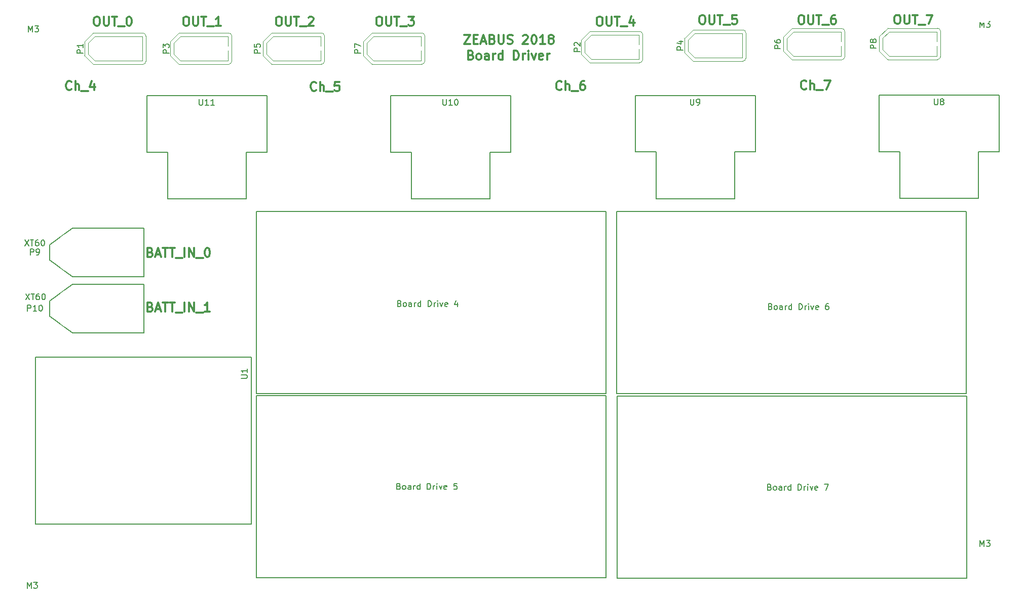
<source format=gto>
G04 #@! TF.FileFunction,Legend,Top*
%FSLAX46Y46*%
G04 Gerber Fmt 4.6, Leading zero omitted, Abs format (unit mm)*
G04 Created by KiCad (PCBNEW 4.0.7) date 01/29/18 02:46:11*
%MOMM*%
%LPD*%
G01*
G04 APERTURE LIST*
%ADD10C,0.100000*%
%ADD11C,0.300000*%
%ADD12C,0.150000*%
%ADD13C,2.900000*%
%ADD14C,3.400000*%
%ADD15C,3.092400*%
%ADD16R,1.924000X1.924000*%
%ADD17C,1.924000*%
%ADD18C,7.004000*%
%ADD19C,3.956000*%
%ADD20C,2.584400*%
%ADD21C,3.600000*%
G04 APERTURE END LIST*
D10*
D11*
X93480286Y-55566571D02*
X93766000Y-55566571D01*
X93908858Y-55638000D01*
X94051715Y-55780857D01*
X94123143Y-56066571D01*
X94123143Y-56566571D01*
X94051715Y-56852286D01*
X93908858Y-56995143D01*
X93766000Y-57066571D01*
X93480286Y-57066571D01*
X93337429Y-56995143D01*
X93194572Y-56852286D01*
X93123143Y-56566571D01*
X93123143Y-56066571D01*
X93194572Y-55780857D01*
X93337429Y-55638000D01*
X93480286Y-55566571D01*
X94766001Y-55566571D02*
X94766001Y-56780857D01*
X94837429Y-56923714D01*
X94908858Y-56995143D01*
X95051715Y-57066571D01*
X95337429Y-57066571D01*
X95480287Y-56995143D01*
X95551715Y-56923714D01*
X95623144Y-56780857D01*
X95623144Y-55566571D01*
X96123144Y-55566571D02*
X96980287Y-55566571D01*
X96551716Y-57066571D02*
X96551716Y-55566571D01*
X97123144Y-57209429D02*
X98266001Y-57209429D01*
X98551715Y-55709429D02*
X98623144Y-55638000D01*
X98766001Y-55566571D01*
X99123144Y-55566571D01*
X99266001Y-55638000D01*
X99337430Y-55709429D01*
X99408858Y-55852286D01*
X99408858Y-55995143D01*
X99337430Y-56209429D01*
X98480287Y-57066571D01*
X99408858Y-57066571D01*
X196832886Y-55287171D02*
X197118600Y-55287171D01*
X197261458Y-55358600D01*
X197404315Y-55501457D01*
X197475743Y-55787171D01*
X197475743Y-56287171D01*
X197404315Y-56572886D01*
X197261458Y-56715743D01*
X197118600Y-56787171D01*
X196832886Y-56787171D01*
X196690029Y-56715743D01*
X196547172Y-56572886D01*
X196475743Y-56287171D01*
X196475743Y-55787171D01*
X196547172Y-55501457D01*
X196690029Y-55358600D01*
X196832886Y-55287171D01*
X198118601Y-55287171D02*
X198118601Y-56501457D01*
X198190029Y-56644314D01*
X198261458Y-56715743D01*
X198404315Y-56787171D01*
X198690029Y-56787171D01*
X198832887Y-56715743D01*
X198904315Y-56644314D01*
X198975744Y-56501457D01*
X198975744Y-55287171D01*
X199475744Y-55287171D02*
X200332887Y-55287171D01*
X199904316Y-56787171D02*
X199904316Y-55287171D01*
X200475744Y-56930029D02*
X201618601Y-56930029D01*
X201832887Y-55287171D02*
X202832887Y-55287171D01*
X202190030Y-56787171D01*
X180780086Y-55312571D02*
X181065800Y-55312571D01*
X181208658Y-55384000D01*
X181351515Y-55526857D01*
X181422943Y-55812571D01*
X181422943Y-56312571D01*
X181351515Y-56598286D01*
X181208658Y-56741143D01*
X181065800Y-56812571D01*
X180780086Y-56812571D01*
X180637229Y-56741143D01*
X180494372Y-56598286D01*
X180422943Y-56312571D01*
X180422943Y-55812571D01*
X180494372Y-55526857D01*
X180637229Y-55384000D01*
X180780086Y-55312571D01*
X182065801Y-55312571D02*
X182065801Y-56526857D01*
X182137229Y-56669714D01*
X182208658Y-56741143D01*
X182351515Y-56812571D01*
X182637229Y-56812571D01*
X182780087Y-56741143D01*
X182851515Y-56669714D01*
X182922944Y-56526857D01*
X182922944Y-55312571D01*
X183422944Y-55312571D02*
X184280087Y-55312571D01*
X183851516Y-56812571D02*
X183851516Y-55312571D01*
X184422944Y-56955429D02*
X185565801Y-56955429D01*
X186565801Y-55312571D02*
X186280087Y-55312571D01*
X186137230Y-55384000D01*
X186065801Y-55455429D01*
X185922944Y-55669714D01*
X185851515Y-55955429D01*
X185851515Y-56526857D01*
X185922944Y-56669714D01*
X185994372Y-56741143D01*
X186137230Y-56812571D01*
X186422944Y-56812571D01*
X186565801Y-56741143D01*
X186637230Y-56669714D01*
X186708658Y-56526857D01*
X186708658Y-56169714D01*
X186637230Y-56026857D01*
X186565801Y-55955429D01*
X186422944Y-55884000D01*
X186137230Y-55884000D01*
X185994372Y-55955429D01*
X185922944Y-56026857D01*
X185851515Y-56169714D01*
X164244686Y-55312571D02*
X164530400Y-55312571D01*
X164673258Y-55384000D01*
X164816115Y-55526857D01*
X164887543Y-55812571D01*
X164887543Y-56312571D01*
X164816115Y-56598286D01*
X164673258Y-56741143D01*
X164530400Y-56812571D01*
X164244686Y-56812571D01*
X164101829Y-56741143D01*
X163958972Y-56598286D01*
X163887543Y-56312571D01*
X163887543Y-55812571D01*
X163958972Y-55526857D01*
X164101829Y-55384000D01*
X164244686Y-55312571D01*
X165530401Y-55312571D02*
X165530401Y-56526857D01*
X165601829Y-56669714D01*
X165673258Y-56741143D01*
X165816115Y-56812571D01*
X166101829Y-56812571D01*
X166244687Y-56741143D01*
X166316115Y-56669714D01*
X166387544Y-56526857D01*
X166387544Y-55312571D01*
X166887544Y-55312571D02*
X167744687Y-55312571D01*
X167316116Y-56812571D02*
X167316116Y-55312571D01*
X167887544Y-56955429D02*
X169030401Y-56955429D01*
X170101830Y-55312571D02*
X169387544Y-55312571D01*
X169316115Y-56026857D01*
X169387544Y-55955429D01*
X169530401Y-55884000D01*
X169887544Y-55884000D01*
X170030401Y-55955429D01*
X170101830Y-56026857D01*
X170173258Y-56169714D01*
X170173258Y-56526857D01*
X170101830Y-56669714D01*
X170030401Y-56741143D01*
X169887544Y-56812571D01*
X169530401Y-56812571D01*
X169387544Y-56741143D01*
X169316115Y-56669714D01*
X147074286Y-55566571D02*
X147360000Y-55566571D01*
X147502858Y-55638000D01*
X147645715Y-55780857D01*
X147717143Y-56066571D01*
X147717143Y-56566571D01*
X147645715Y-56852286D01*
X147502858Y-56995143D01*
X147360000Y-57066571D01*
X147074286Y-57066571D01*
X146931429Y-56995143D01*
X146788572Y-56852286D01*
X146717143Y-56566571D01*
X146717143Y-56066571D01*
X146788572Y-55780857D01*
X146931429Y-55638000D01*
X147074286Y-55566571D01*
X148360001Y-55566571D02*
X148360001Y-56780857D01*
X148431429Y-56923714D01*
X148502858Y-56995143D01*
X148645715Y-57066571D01*
X148931429Y-57066571D01*
X149074287Y-56995143D01*
X149145715Y-56923714D01*
X149217144Y-56780857D01*
X149217144Y-55566571D01*
X149717144Y-55566571D02*
X150574287Y-55566571D01*
X150145716Y-57066571D02*
X150145716Y-55566571D01*
X150717144Y-57209429D02*
X151860001Y-57209429D01*
X152860001Y-56066571D02*
X152860001Y-57066571D01*
X152502858Y-55495143D02*
X152145715Y-56566571D01*
X153074287Y-56566571D01*
X110244286Y-55566571D02*
X110530000Y-55566571D01*
X110672858Y-55638000D01*
X110815715Y-55780857D01*
X110887143Y-56066571D01*
X110887143Y-56566571D01*
X110815715Y-56852286D01*
X110672858Y-56995143D01*
X110530000Y-57066571D01*
X110244286Y-57066571D01*
X110101429Y-56995143D01*
X109958572Y-56852286D01*
X109887143Y-56566571D01*
X109887143Y-56066571D01*
X109958572Y-55780857D01*
X110101429Y-55638000D01*
X110244286Y-55566571D01*
X111530001Y-55566571D02*
X111530001Y-56780857D01*
X111601429Y-56923714D01*
X111672858Y-56995143D01*
X111815715Y-57066571D01*
X112101429Y-57066571D01*
X112244287Y-56995143D01*
X112315715Y-56923714D01*
X112387144Y-56780857D01*
X112387144Y-55566571D01*
X112887144Y-55566571D02*
X113744287Y-55566571D01*
X113315716Y-57066571D02*
X113315716Y-55566571D01*
X113887144Y-57209429D02*
X115030001Y-57209429D01*
X115244287Y-55566571D02*
X116172858Y-55566571D01*
X115672858Y-56138000D01*
X115887144Y-56138000D01*
X116030001Y-56209429D01*
X116101430Y-56280857D01*
X116172858Y-56423714D01*
X116172858Y-56780857D01*
X116101430Y-56923714D01*
X116030001Y-56995143D01*
X115887144Y-57066571D01*
X115458572Y-57066571D01*
X115315715Y-56995143D01*
X115244287Y-56923714D01*
X77986286Y-55566571D02*
X78272000Y-55566571D01*
X78414858Y-55638000D01*
X78557715Y-55780857D01*
X78629143Y-56066571D01*
X78629143Y-56566571D01*
X78557715Y-56852286D01*
X78414858Y-56995143D01*
X78272000Y-57066571D01*
X77986286Y-57066571D01*
X77843429Y-56995143D01*
X77700572Y-56852286D01*
X77629143Y-56566571D01*
X77629143Y-56066571D01*
X77700572Y-55780857D01*
X77843429Y-55638000D01*
X77986286Y-55566571D01*
X79272001Y-55566571D02*
X79272001Y-56780857D01*
X79343429Y-56923714D01*
X79414858Y-56995143D01*
X79557715Y-57066571D01*
X79843429Y-57066571D01*
X79986287Y-56995143D01*
X80057715Y-56923714D01*
X80129144Y-56780857D01*
X80129144Y-55566571D01*
X80629144Y-55566571D02*
X81486287Y-55566571D01*
X81057716Y-57066571D02*
X81057716Y-55566571D01*
X81629144Y-57209429D02*
X82772001Y-57209429D01*
X83914858Y-57066571D02*
X83057715Y-57066571D01*
X83486287Y-57066571D02*
X83486287Y-55566571D01*
X83343430Y-55780857D01*
X83200572Y-55923714D01*
X83057715Y-55995143D01*
X63076486Y-55566571D02*
X63362200Y-55566571D01*
X63505058Y-55638000D01*
X63647915Y-55780857D01*
X63719343Y-56066571D01*
X63719343Y-56566571D01*
X63647915Y-56852286D01*
X63505058Y-56995143D01*
X63362200Y-57066571D01*
X63076486Y-57066571D01*
X62933629Y-56995143D01*
X62790772Y-56852286D01*
X62719343Y-56566571D01*
X62719343Y-56066571D01*
X62790772Y-55780857D01*
X62933629Y-55638000D01*
X63076486Y-55566571D01*
X64362201Y-55566571D02*
X64362201Y-56780857D01*
X64433629Y-56923714D01*
X64505058Y-56995143D01*
X64647915Y-57066571D01*
X64933629Y-57066571D01*
X65076487Y-56995143D01*
X65147915Y-56923714D01*
X65219344Y-56780857D01*
X65219344Y-55566571D01*
X65719344Y-55566571D02*
X66576487Y-55566571D01*
X66147916Y-57066571D02*
X66147916Y-55566571D01*
X66719344Y-57209429D02*
X67862201Y-57209429D01*
X68505058Y-55566571D02*
X68647915Y-55566571D01*
X68790772Y-55638000D01*
X68862201Y-55709429D01*
X68933630Y-55852286D01*
X69005058Y-56138000D01*
X69005058Y-56495143D01*
X68933630Y-56780857D01*
X68862201Y-56923714D01*
X68790772Y-56995143D01*
X68647915Y-57066571D01*
X68505058Y-57066571D01*
X68362201Y-56995143D01*
X68290772Y-56923714D01*
X68219344Y-56780857D01*
X68147915Y-56495143D01*
X68147915Y-56138000D01*
X68219344Y-55852286D01*
X68290772Y-55709429D01*
X68362201Y-55638000D01*
X68505058Y-55566571D01*
X181761001Y-67591714D02*
X181689572Y-67663143D01*
X181475286Y-67734571D01*
X181332429Y-67734571D01*
X181118144Y-67663143D01*
X180975286Y-67520286D01*
X180903858Y-67377429D01*
X180832429Y-67091714D01*
X180832429Y-66877429D01*
X180903858Y-66591714D01*
X180975286Y-66448857D01*
X181118144Y-66306000D01*
X181332429Y-66234571D01*
X181475286Y-66234571D01*
X181689572Y-66306000D01*
X181761001Y-66377429D01*
X182403858Y-67734571D02*
X182403858Y-66234571D01*
X183046715Y-67734571D02*
X183046715Y-66948857D01*
X182975286Y-66806000D01*
X182832429Y-66734571D01*
X182618144Y-66734571D01*
X182475286Y-66806000D01*
X182403858Y-66877429D01*
X183403858Y-67877429D02*
X184546715Y-67877429D01*
X184761001Y-66234571D02*
X185761001Y-66234571D01*
X185118144Y-67734571D01*
X140867001Y-67718714D02*
X140795572Y-67790143D01*
X140581286Y-67861571D01*
X140438429Y-67861571D01*
X140224144Y-67790143D01*
X140081286Y-67647286D01*
X140009858Y-67504429D01*
X139938429Y-67218714D01*
X139938429Y-67004429D01*
X140009858Y-66718714D01*
X140081286Y-66575857D01*
X140224144Y-66433000D01*
X140438429Y-66361571D01*
X140581286Y-66361571D01*
X140795572Y-66433000D01*
X140867001Y-66504429D01*
X141509858Y-67861571D02*
X141509858Y-66361571D01*
X142152715Y-67861571D02*
X142152715Y-67075857D01*
X142081286Y-66933000D01*
X141938429Y-66861571D01*
X141724144Y-66861571D01*
X141581286Y-66933000D01*
X141509858Y-67004429D01*
X142509858Y-68004429D02*
X143652715Y-68004429D01*
X144652715Y-66361571D02*
X144367001Y-66361571D01*
X144224144Y-66433000D01*
X144152715Y-66504429D01*
X144009858Y-66718714D01*
X143938429Y-67004429D01*
X143938429Y-67575857D01*
X144009858Y-67718714D01*
X144081286Y-67790143D01*
X144224144Y-67861571D01*
X144509858Y-67861571D01*
X144652715Y-67790143D01*
X144724144Y-67718714D01*
X144795572Y-67575857D01*
X144795572Y-67218714D01*
X144724144Y-67075857D01*
X144652715Y-67004429D01*
X144509858Y-66933000D01*
X144224144Y-66933000D01*
X144081286Y-67004429D01*
X144009858Y-67075857D01*
X143938429Y-67218714D01*
X99846001Y-67845714D02*
X99774572Y-67917143D01*
X99560286Y-67988571D01*
X99417429Y-67988571D01*
X99203144Y-67917143D01*
X99060286Y-67774286D01*
X98988858Y-67631429D01*
X98917429Y-67345714D01*
X98917429Y-67131429D01*
X98988858Y-66845714D01*
X99060286Y-66702857D01*
X99203144Y-66560000D01*
X99417429Y-66488571D01*
X99560286Y-66488571D01*
X99774572Y-66560000D01*
X99846001Y-66631429D01*
X100488858Y-67988571D02*
X100488858Y-66488571D01*
X101131715Y-67988571D02*
X101131715Y-67202857D01*
X101060286Y-67060000D01*
X100917429Y-66988571D01*
X100703144Y-66988571D01*
X100560286Y-67060000D01*
X100488858Y-67131429D01*
X101488858Y-68131429D02*
X102631715Y-68131429D01*
X103703144Y-66488571D02*
X102988858Y-66488571D01*
X102917429Y-67202857D01*
X102988858Y-67131429D01*
X103131715Y-67060000D01*
X103488858Y-67060000D01*
X103631715Y-67131429D01*
X103703144Y-67202857D01*
X103774572Y-67345714D01*
X103774572Y-67702857D01*
X103703144Y-67845714D01*
X103631715Y-67917143D01*
X103488858Y-67988571D01*
X103131715Y-67988571D01*
X102988858Y-67917143D01*
X102917429Y-67845714D01*
X58952001Y-67718714D02*
X58880572Y-67790143D01*
X58666286Y-67861571D01*
X58523429Y-67861571D01*
X58309144Y-67790143D01*
X58166286Y-67647286D01*
X58094858Y-67504429D01*
X58023429Y-67218714D01*
X58023429Y-67004429D01*
X58094858Y-66718714D01*
X58166286Y-66575857D01*
X58309144Y-66433000D01*
X58523429Y-66361571D01*
X58666286Y-66361571D01*
X58880572Y-66433000D01*
X58952001Y-66504429D01*
X59594858Y-67861571D02*
X59594858Y-66361571D01*
X60237715Y-67861571D02*
X60237715Y-67075857D01*
X60166286Y-66933000D01*
X60023429Y-66861571D01*
X59809144Y-66861571D01*
X59666286Y-66933000D01*
X59594858Y-67004429D01*
X60594858Y-68004429D02*
X61737715Y-68004429D01*
X62737715Y-66861571D02*
X62737715Y-67861571D01*
X62380572Y-66290143D02*
X62023429Y-67361571D01*
X62952001Y-67361571D01*
X72156429Y-95015857D02*
X72370715Y-95087286D01*
X72442143Y-95158714D01*
X72513572Y-95301571D01*
X72513572Y-95515857D01*
X72442143Y-95658714D01*
X72370715Y-95730143D01*
X72227857Y-95801571D01*
X71656429Y-95801571D01*
X71656429Y-94301571D01*
X72156429Y-94301571D01*
X72299286Y-94373000D01*
X72370715Y-94444429D01*
X72442143Y-94587286D01*
X72442143Y-94730143D01*
X72370715Y-94873000D01*
X72299286Y-94944429D01*
X72156429Y-95015857D01*
X71656429Y-95015857D01*
X73085000Y-95373000D02*
X73799286Y-95373000D01*
X72942143Y-95801571D02*
X73442143Y-94301571D01*
X73942143Y-95801571D01*
X74227857Y-94301571D02*
X75085000Y-94301571D01*
X74656429Y-95801571D02*
X74656429Y-94301571D01*
X75370714Y-94301571D02*
X76227857Y-94301571D01*
X75799286Y-95801571D02*
X75799286Y-94301571D01*
X76370714Y-95944429D02*
X77513571Y-95944429D01*
X77870714Y-95801571D02*
X77870714Y-94301571D01*
X78585000Y-95801571D02*
X78585000Y-94301571D01*
X79442143Y-95801571D01*
X79442143Y-94301571D01*
X79799286Y-95944429D02*
X80942143Y-95944429D01*
X81585000Y-94301571D02*
X81727857Y-94301571D01*
X81870714Y-94373000D01*
X81942143Y-94444429D01*
X82013572Y-94587286D01*
X82085000Y-94873000D01*
X82085000Y-95230143D01*
X82013572Y-95515857D01*
X81942143Y-95658714D01*
X81870714Y-95730143D01*
X81727857Y-95801571D01*
X81585000Y-95801571D01*
X81442143Y-95730143D01*
X81370714Y-95658714D01*
X81299286Y-95515857D01*
X81227857Y-95230143D01*
X81227857Y-94873000D01*
X81299286Y-94587286D01*
X81370714Y-94444429D01*
X81442143Y-94373000D01*
X81585000Y-94301571D01*
X72156429Y-104159857D02*
X72370715Y-104231286D01*
X72442143Y-104302714D01*
X72513572Y-104445571D01*
X72513572Y-104659857D01*
X72442143Y-104802714D01*
X72370715Y-104874143D01*
X72227857Y-104945571D01*
X71656429Y-104945571D01*
X71656429Y-103445571D01*
X72156429Y-103445571D01*
X72299286Y-103517000D01*
X72370715Y-103588429D01*
X72442143Y-103731286D01*
X72442143Y-103874143D01*
X72370715Y-104017000D01*
X72299286Y-104088429D01*
X72156429Y-104159857D01*
X71656429Y-104159857D01*
X73085000Y-104517000D02*
X73799286Y-104517000D01*
X72942143Y-104945571D02*
X73442143Y-103445571D01*
X73942143Y-104945571D01*
X74227857Y-103445571D02*
X75085000Y-103445571D01*
X74656429Y-104945571D02*
X74656429Y-103445571D01*
X75370714Y-103445571D02*
X76227857Y-103445571D01*
X75799286Y-104945571D02*
X75799286Y-103445571D01*
X76370714Y-105088429D02*
X77513571Y-105088429D01*
X77870714Y-104945571D02*
X77870714Y-103445571D01*
X78585000Y-104945571D02*
X78585000Y-103445571D01*
X79442143Y-104945571D01*
X79442143Y-103445571D01*
X79799286Y-105088429D02*
X80942143Y-105088429D01*
X82085000Y-104945571D02*
X81227857Y-104945571D01*
X81656429Y-104945571D02*
X81656429Y-103445571D01*
X81513572Y-103659857D01*
X81370714Y-103802714D01*
X81227857Y-103874143D01*
X125713315Y-61995857D02*
X125927601Y-62067286D01*
X125999029Y-62138714D01*
X126070458Y-62281571D01*
X126070458Y-62495857D01*
X125999029Y-62638714D01*
X125927601Y-62710143D01*
X125784743Y-62781571D01*
X125213315Y-62781571D01*
X125213315Y-61281571D01*
X125713315Y-61281571D01*
X125856172Y-61353000D01*
X125927601Y-61424429D01*
X125999029Y-61567286D01*
X125999029Y-61710143D01*
X125927601Y-61853000D01*
X125856172Y-61924429D01*
X125713315Y-61995857D01*
X125213315Y-61995857D01*
X126927601Y-62781571D02*
X126784743Y-62710143D01*
X126713315Y-62638714D01*
X126641886Y-62495857D01*
X126641886Y-62067286D01*
X126713315Y-61924429D01*
X126784743Y-61853000D01*
X126927601Y-61781571D01*
X127141886Y-61781571D01*
X127284743Y-61853000D01*
X127356172Y-61924429D01*
X127427601Y-62067286D01*
X127427601Y-62495857D01*
X127356172Y-62638714D01*
X127284743Y-62710143D01*
X127141886Y-62781571D01*
X126927601Y-62781571D01*
X128713315Y-62781571D02*
X128713315Y-61995857D01*
X128641886Y-61853000D01*
X128499029Y-61781571D01*
X128213315Y-61781571D01*
X128070458Y-61853000D01*
X128713315Y-62710143D02*
X128570458Y-62781571D01*
X128213315Y-62781571D01*
X128070458Y-62710143D01*
X127999029Y-62567286D01*
X127999029Y-62424429D01*
X128070458Y-62281571D01*
X128213315Y-62210143D01*
X128570458Y-62210143D01*
X128713315Y-62138714D01*
X129427601Y-62781571D02*
X129427601Y-61781571D01*
X129427601Y-62067286D02*
X129499029Y-61924429D01*
X129570458Y-61853000D01*
X129713315Y-61781571D01*
X129856172Y-61781571D01*
X130999029Y-62781571D02*
X130999029Y-61281571D01*
X130999029Y-62710143D02*
X130856172Y-62781571D01*
X130570458Y-62781571D01*
X130427600Y-62710143D01*
X130356172Y-62638714D01*
X130284743Y-62495857D01*
X130284743Y-62067286D01*
X130356172Y-61924429D01*
X130427600Y-61853000D01*
X130570458Y-61781571D01*
X130856172Y-61781571D01*
X130999029Y-61853000D01*
X132856172Y-62781571D02*
X132856172Y-61281571D01*
X133213315Y-61281571D01*
X133427600Y-61353000D01*
X133570458Y-61495857D01*
X133641886Y-61638714D01*
X133713315Y-61924429D01*
X133713315Y-62138714D01*
X133641886Y-62424429D01*
X133570458Y-62567286D01*
X133427600Y-62710143D01*
X133213315Y-62781571D01*
X132856172Y-62781571D01*
X134356172Y-62781571D02*
X134356172Y-61781571D01*
X134356172Y-62067286D02*
X134427600Y-61924429D01*
X134499029Y-61853000D01*
X134641886Y-61781571D01*
X134784743Y-61781571D01*
X135284743Y-62781571D02*
X135284743Y-61781571D01*
X135284743Y-61281571D02*
X135213314Y-61353000D01*
X135284743Y-61424429D01*
X135356171Y-61353000D01*
X135284743Y-61281571D01*
X135284743Y-61424429D01*
X135856172Y-61781571D02*
X136213315Y-62781571D01*
X136570457Y-61781571D01*
X137713314Y-62710143D02*
X137570457Y-62781571D01*
X137284743Y-62781571D01*
X137141886Y-62710143D01*
X137070457Y-62567286D01*
X137070457Y-61995857D01*
X137141886Y-61853000D01*
X137284743Y-61781571D01*
X137570457Y-61781571D01*
X137713314Y-61853000D01*
X137784743Y-61995857D01*
X137784743Y-62138714D01*
X137070457Y-62281571D01*
X138427600Y-62781571D02*
X138427600Y-61781571D01*
X138427600Y-62067286D02*
X138499028Y-61924429D01*
X138570457Y-61853000D01*
X138713314Y-61781571D01*
X138856171Y-61781571D01*
X124605402Y-58614571D02*
X125605402Y-58614571D01*
X124605402Y-60114571D01*
X125605402Y-60114571D01*
X126176830Y-59328857D02*
X126676830Y-59328857D01*
X126891116Y-60114571D02*
X126176830Y-60114571D01*
X126176830Y-58614571D01*
X126891116Y-58614571D01*
X127462544Y-59686000D02*
X128176830Y-59686000D01*
X127319687Y-60114571D02*
X127819687Y-58614571D01*
X128319687Y-60114571D01*
X129319687Y-59328857D02*
X129533973Y-59400286D01*
X129605401Y-59471714D01*
X129676830Y-59614571D01*
X129676830Y-59828857D01*
X129605401Y-59971714D01*
X129533973Y-60043143D01*
X129391115Y-60114571D01*
X128819687Y-60114571D01*
X128819687Y-58614571D01*
X129319687Y-58614571D01*
X129462544Y-58686000D01*
X129533973Y-58757429D01*
X129605401Y-58900286D01*
X129605401Y-59043143D01*
X129533973Y-59186000D01*
X129462544Y-59257429D01*
X129319687Y-59328857D01*
X128819687Y-59328857D01*
X130319687Y-58614571D02*
X130319687Y-59828857D01*
X130391115Y-59971714D01*
X130462544Y-60043143D01*
X130605401Y-60114571D01*
X130891115Y-60114571D01*
X131033973Y-60043143D01*
X131105401Y-59971714D01*
X131176830Y-59828857D01*
X131176830Y-58614571D01*
X131819687Y-60043143D02*
X132033973Y-60114571D01*
X132391116Y-60114571D01*
X132533973Y-60043143D01*
X132605402Y-59971714D01*
X132676830Y-59828857D01*
X132676830Y-59686000D01*
X132605402Y-59543143D01*
X132533973Y-59471714D01*
X132391116Y-59400286D01*
X132105402Y-59328857D01*
X131962544Y-59257429D01*
X131891116Y-59186000D01*
X131819687Y-59043143D01*
X131819687Y-58900286D01*
X131891116Y-58757429D01*
X131962544Y-58686000D01*
X132105402Y-58614571D01*
X132462544Y-58614571D01*
X132676830Y-58686000D01*
X134391115Y-58757429D02*
X134462544Y-58686000D01*
X134605401Y-58614571D01*
X134962544Y-58614571D01*
X135105401Y-58686000D01*
X135176830Y-58757429D01*
X135248258Y-58900286D01*
X135248258Y-59043143D01*
X135176830Y-59257429D01*
X134319687Y-60114571D01*
X135248258Y-60114571D01*
X136176829Y-58614571D02*
X136319686Y-58614571D01*
X136462543Y-58686000D01*
X136533972Y-58757429D01*
X136605401Y-58900286D01*
X136676829Y-59186000D01*
X136676829Y-59543143D01*
X136605401Y-59828857D01*
X136533972Y-59971714D01*
X136462543Y-60043143D01*
X136319686Y-60114571D01*
X136176829Y-60114571D01*
X136033972Y-60043143D01*
X135962543Y-59971714D01*
X135891115Y-59828857D01*
X135819686Y-59543143D01*
X135819686Y-59186000D01*
X135891115Y-58900286D01*
X135962543Y-58757429D01*
X136033972Y-58686000D01*
X136176829Y-58614571D01*
X138105400Y-60114571D02*
X137248257Y-60114571D01*
X137676829Y-60114571D02*
X137676829Y-58614571D01*
X137533972Y-58828857D01*
X137391114Y-58971714D01*
X137248257Y-59043143D01*
X138962543Y-59257429D02*
X138819685Y-59186000D01*
X138748257Y-59114571D01*
X138676828Y-58971714D01*
X138676828Y-58900286D01*
X138748257Y-58757429D01*
X138819685Y-58686000D01*
X138962543Y-58614571D01*
X139248257Y-58614571D01*
X139391114Y-58686000D01*
X139462543Y-58757429D01*
X139533971Y-58900286D01*
X139533971Y-58971714D01*
X139462543Y-59114571D01*
X139391114Y-59186000D01*
X139248257Y-59257429D01*
X138962543Y-59257429D01*
X138819685Y-59328857D01*
X138748257Y-59400286D01*
X138676828Y-59543143D01*
X138676828Y-59828857D01*
X138748257Y-59971714D01*
X138819685Y-60043143D01*
X138962543Y-60114571D01*
X139248257Y-60114571D01*
X139391114Y-60043143D01*
X139462543Y-59971714D01*
X139533971Y-59828857D01*
X139533971Y-59543143D01*
X139462543Y-59400286D01*
X139391114Y-59328857D01*
X139248257Y-59257429D01*
D12*
X88980651Y-140492737D02*
X88980651Y-112552737D01*
X52912651Y-140492737D02*
X88980651Y-140492737D01*
X52912651Y-112552737D02*
X88980651Y-112552737D01*
X52912651Y-140492737D02*
X52912651Y-112552737D01*
X71553800Y-68760000D02*
X91663800Y-68760000D01*
X71553800Y-78230000D02*
X75063800Y-78230000D01*
X71553800Y-68760000D02*
X71553800Y-78230000D01*
X75063800Y-86040000D02*
X75063800Y-78230000D01*
X75063800Y-86040000D02*
X88143800Y-86040000D01*
X88143800Y-86040000D02*
X88143800Y-78230000D01*
X88143800Y-78230000D02*
X91663800Y-78230000D01*
X91663800Y-68760000D02*
X91663800Y-78230000D01*
X59156600Y-99060000D02*
X71094600Y-99060000D01*
X55346600Y-93726000D02*
X55346600Y-96266000D01*
X71094600Y-90932000D02*
X59156600Y-90932000D01*
X55346600Y-96266000D02*
X59156600Y-99060000D01*
X59156600Y-90932000D02*
X55346600Y-93726000D01*
X71094600Y-90932000D02*
X71094600Y-99060000D01*
D10*
X85732100Y-63058420D02*
X85732100Y-58808420D01*
X85232100Y-58308420D02*
X76940283Y-58308420D01*
X76926264Y-58314155D02*
X75488081Y-59727542D01*
X75482100Y-59741806D02*
X75482100Y-62125034D01*
X75488081Y-62139298D02*
X76926264Y-63552685D01*
X76940283Y-63558420D02*
X85232100Y-63558420D01*
X76926264Y-58314155D02*
G75*
G02X76940283Y-58308420I14019J-14265D01*
G01*
X75482100Y-59741807D02*
G75*
G02X75488081Y-59727542I20000J1D01*
G01*
X75488081Y-62139299D02*
G75*
G02X75482100Y-62125034I14019J14265D01*
G01*
X85732100Y-63058420D02*
G75*
G02X85232100Y-63558420I-500000J0D01*
G01*
X76082100Y-59985010D02*
X76082100Y-61881830D01*
X85132100Y-58908420D02*
X77177577Y-58908420D01*
X76082100Y-61881830D02*
X77177577Y-62958420D01*
X85132100Y-62958420D02*
X82278321Y-62958420D01*
X77185760Y-62958420D02*
X85112100Y-62958420D01*
X76082100Y-59985010D02*
X77177577Y-58908420D01*
X85132100Y-58908420D02*
X85132100Y-62958420D01*
X77607727Y-60067033D02*
G75*
G02X78107100Y-59933420I499373J-866387D01*
G01*
X78107100Y-61933420D02*
G75*
G02X77607100Y-61799445I0J1000000D01*
G01*
X83234100Y-61933420D02*
G75*
G02X83234100Y-59933420I0J1000000D01*
G01*
X83733473Y-61799807D02*
G75*
G02X83234100Y-61933420I-499373J866387D01*
G01*
X83234100Y-59933420D02*
G75*
G02X83734100Y-60067395I0J-1000000D01*
G01*
X78107100Y-59933420D02*
G75*
G02X78107100Y-61933420I0J-1000000D01*
G01*
X77607100Y-61799446D02*
G75*
G02X77607100Y-60067395I500000J866026D01*
G01*
X83734100Y-60067394D02*
G75*
G02X83734100Y-61799445I-500000J-866026D01*
G01*
X85232100Y-58308420D02*
G75*
G02X85732100Y-58808420I0J-500000D01*
G01*
X85732100Y-63058420D02*
G75*
G02X85232100Y-63558420I-500000J0D01*
G01*
X85732100Y-63058420D02*
G75*
G02X85232100Y-63558420I-500000J0D01*
G01*
X76940283Y-63558421D02*
G75*
G02X76926264Y-63552685I0J20001D01*
G01*
X75488081Y-62139299D02*
G75*
G02X75482100Y-62125034I14019J14265D01*
G01*
X75482100Y-59741807D02*
G75*
G02X75488081Y-59727542I20000J1D01*
G01*
X76926264Y-58314155D02*
G75*
G02X76940283Y-58308420I14019J-14265D01*
G01*
X83234100Y-61933420D02*
G75*
G02X83234100Y-59933420I0J1000000D01*
G01*
X83733473Y-61799807D02*
G75*
G02X83234100Y-61933420I-499373J866387D01*
G01*
X83234100Y-59933420D02*
G75*
G02X83734100Y-60067395I0J-1000000D01*
G01*
X78107100Y-59933420D02*
G75*
G02X78107100Y-61933420I0J-1000000D01*
G01*
X77607100Y-61799446D02*
G75*
G02X77607100Y-60067395I500000J866026D01*
G01*
X83734100Y-60067394D02*
G75*
G02X83734100Y-61799445I-500000J-866026D01*
G01*
X85232100Y-58308420D02*
G75*
G02X85732100Y-58808420I0J-500000D01*
G01*
X85732100Y-63058420D02*
G75*
G02X85232100Y-63558420I-500000J0D01*
G01*
X85732100Y-63058420D02*
G75*
G02X85232100Y-63558420I-500000J0D01*
G01*
X76940283Y-63558421D02*
G75*
G02X76926264Y-63552685I0J20001D01*
G01*
X75488081Y-62139299D02*
G75*
G02X75482100Y-62125034I14019J14265D01*
G01*
X75482100Y-59741807D02*
G75*
G02X75488081Y-59727542I20000J1D01*
G01*
X76926264Y-58314155D02*
G75*
G02X76940283Y-58308420I14019J-14265D01*
G01*
X85732100Y-63058420D02*
X85732100Y-58808420D01*
X85232100Y-58308420D02*
X76940283Y-58308420D01*
X76926264Y-58314155D02*
X75488081Y-59727542D01*
X75482100Y-59741806D02*
X75482100Y-62125034D01*
X75488081Y-62139298D02*
X76926264Y-63552685D01*
X76940283Y-63558420D02*
X85232100Y-63558420D01*
X76926264Y-58314155D02*
G75*
G02X76940283Y-58308420I14019J-14265D01*
G01*
X75482100Y-59741807D02*
G75*
G02X75488081Y-59727542I20000J1D01*
G01*
X75488081Y-62139299D02*
G75*
G02X75482100Y-62125034I14019J14265D01*
G01*
X85732100Y-63058420D02*
G75*
G02X85232100Y-63558420I-500000J0D01*
G01*
X76082100Y-59985010D02*
X76082100Y-61881830D01*
X85132100Y-58908420D02*
X77177577Y-58908420D01*
X76082100Y-61881830D02*
X77177577Y-62958420D01*
X85132100Y-62958420D02*
X82278321Y-62958420D01*
X77185760Y-62958420D02*
X85112100Y-62958420D01*
X76082100Y-59985010D02*
X77177577Y-58908420D01*
X85132100Y-58908420D02*
X85132100Y-62958420D01*
X77607727Y-60067033D02*
G75*
G02X78107100Y-59933420I499373J-866387D01*
G01*
X78107100Y-61933420D02*
G75*
G02X77607100Y-61799445I0J1000000D01*
G01*
X101226100Y-63033020D02*
X101226100Y-58783020D01*
X100726100Y-58283020D02*
X92434283Y-58283020D01*
X92420264Y-58288755D02*
X90982081Y-59702142D01*
X90976100Y-59716406D02*
X90976100Y-62099634D01*
X90982081Y-62113898D02*
X92420264Y-63527285D01*
X92434283Y-63533020D02*
X100726100Y-63533020D01*
X92420264Y-58288755D02*
G75*
G02X92434283Y-58283020I14019J-14265D01*
G01*
X90976100Y-59716407D02*
G75*
G02X90982081Y-59702142I20000J1D01*
G01*
X90982081Y-62113899D02*
G75*
G02X90976100Y-62099634I14019J14265D01*
G01*
X101226100Y-63033020D02*
G75*
G02X100726100Y-63533020I-500000J0D01*
G01*
X91576100Y-59959610D02*
X91576100Y-61856430D01*
X100626100Y-58883020D02*
X92671577Y-58883020D01*
X91576100Y-61856430D02*
X92671577Y-62933020D01*
X100626100Y-62933020D02*
X97772321Y-62933020D01*
X92679760Y-62933020D02*
X100606100Y-62933020D01*
X91576100Y-59959610D02*
X92671577Y-58883020D01*
X100626100Y-58883020D02*
X100626100Y-62933020D01*
X93101727Y-60041633D02*
G75*
G02X93601100Y-59908020I499373J-866387D01*
G01*
X93601100Y-61908020D02*
G75*
G02X93101100Y-61774045I0J1000000D01*
G01*
X98728100Y-61908020D02*
G75*
G02X98728100Y-59908020I0J1000000D01*
G01*
X99227473Y-61774407D02*
G75*
G02X98728100Y-61908020I-499373J866387D01*
G01*
X98728100Y-59908020D02*
G75*
G02X99228100Y-60041995I0J-1000000D01*
G01*
X93601100Y-59908020D02*
G75*
G02X93601100Y-61908020I0J-1000000D01*
G01*
X93101100Y-61774046D02*
G75*
G02X93101100Y-60041995I500000J866026D01*
G01*
X99228100Y-60041994D02*
G75*
G02X99228100Y-61774045I-500000J-866026D01*
G01*
X100726100Y-58283020D02*
G75*
G02X101226100Y-58783020I0J-500000D01*
G01*
X101226100Y-63033020D02*
G75*
G02X100726100Y-63533020I-500000J0D01*
G01*
X101226100Y-63033020D02*
G75*
G02X100726100Y-63533020I-500000J0D01*
G01*
X92434283Y-63533021D02*
G75*
G02X92420264Y-63527285I0J20001D01*
G01*
X90982081Y-62113899D02*
G75*
G02X90976100Y-62099634I14019J14265D01*
G01*
X90976100Y-59716407D02*
G75*
G02X90982081Y-59702142I20000J1D01*
G01*
X92420264Y-58288755D02*
G75*
G02X92434283Y-58283020I14019J-14265D01*
G01*
X98728100Y-61908020D02*
G75*
G02X98728100Y-59908020I0J1000000D01*
G01*
X99227473Y-61774407D02*
G75*
G02X98728100Y-61908020I-499373J866387D01*
G01*
X98728100Y-59908020D02*
G75*
G02X99228100Y-60041995I0J-1000000D01*
G01*
X93601100Y-59908020D02*
G75*
G02X93601100Y-61908020I0J-1000000D01*
G01*
X93101100Y-61774046D02*
G75*
G02X93101100Y-60041995I500000J866026D01*
G01*
X99228100Y-60041994D02*
G75*
G02X99228100Y-61774045I-500000J-866026D01*
G01*
X100726100Y-58283020D02*
G75*
G02X101226100Y-58783020I0J-500000D01*
G01*
X101226100Y-63033020D02*
G75*
G02X100726100Y-63533020I-500000J0D01*
G01*
X101226100Y-63033020D02*
G75*
G02X100726100Y-63533020I-500000J0D01*
G01*
X92434283Y-63533021D02*
G75*
G02X92420264Y-63527285I0J20001D01*
G01*
X90982081Y-62113899D02*
G75*
G02X90976100Y-62099634I14019J14265D01*
G01*
X90976100Y-59716407D02*
G75*
G02X90982081Y-59702142I20000J1D01*
G01*
X92420264Y-58288755D02*
G75*
G02X92434283Y-58283020I14019J-14265D01*
G01*
X101226100Y-63033020D02*
X101226100Y-58783020D01*
X100726100Y-58283020D02*
X92434283Y-58283020D01*
X92420264Y-58288755D02*
X90982081Y-59702142D01*
X90976100Y-59716406D02*
X90976100Y-62099634D01*
X90982081Y-62113898D02*
X92420264Y-63527285D01*
X92434283Y-63533020D02*
X100726100Y-63533020D01*
X92420264Y-58288755D02*
G75*
G02X92434283Y-58283020I14019J-14265D01*
G01*
X90976100Y-59716407D02*
G75*
G02X90982081Y-59702142I20000J1D01*
G01*
X90982081Y-62113899D02*
G75*
G02X90976100Y-62099634I14019J14265D01*
G01*
X101226100Y-63033020D02*
G75*
G02X100726100Y-63533020I-500000J0D01*
G01*
X91576100Y-59959610D02*
X91576100Y-61856430D01*
X100626100Y-58883020D02*
X92671577Y-58883020D01*
X91576100Y-61856430D02*
X92671577Y-62933020D01*
X100626100Y-62933020D02*
X97772321Y-62933020D01*
X92679760Y-62933020D02*
X100606100Y-62933020D01*
X91576100Y-59959610D02*
X92671577Y-58883020D01*
X100626100Y-58883020D02*
X100626100Y-62933020D01*
X93101727Y-60041633D02*
G75*
G02X93601100Y-59908020I499373J-866387D01*
G01*
X93601100Y-61908020D02*
G75*
G02X93101100Y-61774045I0J1000000D01*
G01*
D12*
X208506942Y-118614262D02*
X208506942Y-88134262D01*
X208506942Y-118614262D02*
X150086942Y-118614262D01*
X208506942Y-88134262D02*
X150086942Y-88134262D01*
X150086942Y-118614262D02*
X150086942Y-88134262D01*
D10*
X154388300Y-62779020D02*
X154388300Y-58529020D01*
X153888300Y-58029020D02*
X145596483Y-58029020D01*
X145582464Y-58034755D02*
X144144281Y-59448142D01*
X144138300Y-59462406D02*
X144138300Y-61845634D01*
X144144281Y-61859898D02*
X145582464Y-63273285D01*
X145596483Y-63279020D02*
X153888300Y-63279020D01*
X145582464Y-58034755D02*
G75*
G02X145596483Y-58029020I14019J-14265D01*
G01*
X144138300Y-59462407D02*
G75*
G02X144144281Y-59448142I20000J1D01*
G01*
X144144281Y-61859899D02*
G75*
G02X144138300Y-61845634I14019J14265D01*
G01*
X154388300Y-62779020D02*
G75*
G02X153888300Y-63279020I-500000J0D01*
G01*
X144738300Y-59705610D02*
X144738300Y-61602430D01*
X153788300Y-58629020D02*
X145833777Y-58629020D01*
X144738300Y-61602430D02*
X145833777Y-62679020D01*
X153788300Y-62679020D02*
X150934521Y-62679020D01*
X145841960Y-62679020D02*
X153768300Y-62679020D01*
X144738300Y-59705610D02*
X145833777Y-58629020D01*
X153788300Y-58629020D02*
X153788300Y-62679020D01*
X146263927Y-59787633D02*
G75*
G02X146763300Y-59654020I499373J-866387D01*
G01*
X146763300Y-61654020D02*
G75*
G02X146263300Y-61520045I0J1000000D01*
G01*
X151890300Y-61654020D02*
G75*
G02X151890300Y-59654020I0J1000000D01*
G01*
X152389673Y-61520407D02*
G75*
G02X151890300Y-61654020I-499373J866387D01*
G01*
X151890300Y-59654020D02*
G75*
G02X152390300Y-59787995I0J-1000000D01*
G01*
X146763300Y-59654020D02*
G75*
G02X146763300Y-61654020I0J-1000000D01*
G01*
X146263300Y-61520046D02*
G75*
G02X146263300Y-59787995I500000J866026D01*
G01*
X152390300Y-59787994D02*
G75*
G02X152390300Y-61520045I-500000J-866026D01*
G01*
X153888300Y-58029020D02*
G75*
G02X154388300Y-58529020I0J-500000D01*
G01*
X154388300Y-62779020D02*
G75*
G02X153888300Y-63279020I-500000J0D01*
G01*
X154388300Y-62779020D02*
G75*
G02X153888300Y-63279020I-500000J0D01*
G01*
X145596483Y-63279021D02*
G75*
G02X145582464Y-63273285I0J20001D01*
G01*
X144144281Y-61859899D02*
G75*
G02X144138300Y-61845634I14019J14265D01*
G01*
X144138300Y-59462407D02*
G75*
G02X144144281Y-59448142I20000J1D01*
G01*
X145582464Y-58034755D02*
G75*
G02X145596483Y-58029020I14019J-14265D01*
G01*
X151890300Y-61654020D02*
G75*
G02X151890300Y-59654020I0J1000000D01*
G01*
X152389673Y-61520407D02*
G75*
G02X151890300Y-61654020I-499373J866387D01*
G01*
X151890300Y-59654020D02*
G75*
G02X152390300Y-59787995I0J-1000000D01*
G01*
X146763300Y-59654020D02*
G75*
G02X146763300Y-61654020I0J-1000000D01*
G01*
X146263300Y-61520046D02*
G75*
G02X146263300Y-59787995I500000J866026D01*
G01*
X152390300Y-59787994D02*
G75*
G02X152390300Y-61520045I-500000J-866026D01*
G01*
X153888300Y-58029020D02*
G75*
G02X154388300Y-58529020I0J-500000D01*
G01*
X154388300Y-62779020D02*
G75*
G02X153888300Y-63279020I-500000J0D01*
G01*
X154388300Y-62779020D02*
G75*
G02X153888300Y-63279020I-500000J0D01*
G01*
X145596483Y-63279021D02*
G75*
G02X145582464Y-63273285I0J20001D01*
G01*
X144144281Y-61859899D02*
G75*
G02X144138300Y-61845634I14019J14265D01*
G01*
X144138300Y-59462407D02*
G75*
G02X144144281Y-59448142I20000J1D01*
G01*
X145582464Y-58034755D02*
G75*
G02X145596483Y-58029020I14019J-14265D01*
G01*
X154388300Y-62779020D02*
X154388300Y-58529020D01*
X153888300Y-58029020D02*
X145596483Y-58029020D01*
X145582464Y-58034755D02*
X144144281Y-59448142D01*
X144138300Y-59462406D02*
X144138300Y-61845634D01*
X144144281Y-61859898D02*
X145582464Y-63273285D01*
X145596483Y-63279020D02*
X153888300Y-63279020D01*
X145582464Y-58034755D02*
G75*
G02X145596483Y-58029020I14019J-14265D01*
G01*
X144138300Y-59462407D02*
G75*
G02X144144281Y-59448142I20000J1D01*
G01*
X144144281Y-61859899D02*
G75*
G02X144138300Y-61845634I14019J14265D01*
G01*
X154388300Y-62779020D02*
G75*
G02X153888300Y-63279020I-500000J0D01*
G01*
X144738300Y-59705610D02*
X144738300Y-61602430D01*
X153788300Y-58629020D02*
X145833777Y-58629020D01*
X144738300Y-61602430D02*
X145833777Y-62679020D01*
X153788300Y-62679020D02*
X150934521Y-62679020D01*
X145841960Y-62679020D02*
X153768300Y-62679020D01*
X144738300Y-59705610D02*
X145833777Y-58629020D01*
X153788300Y-58629020D02*
X153788300Y-62679020D01*
X146263927Y-59787633D02*
G75*
G02X146763300Y-59654020I499373J-866387D01*
G01*
X146763300Y-61654020D02*
G75*
G02X146263300Y-61520045I0J1000000D01*
G01*
D12*
X153149000Y-68745000D02*
X173259000Y-68745000D01*
X153149000Y-78215000D02*
X156659000Y-78215000D01*
X153149000Y-68745000D02*
X153149000Y-78215000D01*
X156659000Y-86025000D02*
X156659000Y-78215000D01*
X156659000Y-86025000D02*
X169739000Y-86025000D01*
X169739000Y-86025000D02*
X169739000Y-78215000D01*
X169739000Y-78215000D02*
X173259000Y-78215000D01*
X173259000Y-68745000D02*
X173259000Y-78215000D01*
D10*
X71381100Y-63058420D02*
X71381100Y-58808420D01*
X70881100Y-58308420D02*
X62589283Y-58308420D01*
X62575264Y-58314155D02*
X61137081Y-59727542D01*
X61131100Y-59741806D02*
X61131100Y-62125034D01*
X61137081Y-62139298D02*
X62575264Y-63552685D01*
X62589283Y-63558420D02*
X70881100Y-63558420D01*
X62575264Y-58314155D02*
G75*
G02X62589283Y-58308420I14019J-14265D01*
G01*
X61131100Y-59741807D02*
G75*
G02X61137081Y-59727542I20000J1D01*
G01*
X61137081Y-62139299D02*
G75*
G02X61131100Y-62125034I14019J14265D01*
G01*
X71381100Y-63058420D02*
G75*
G02X70881100Y-63558420I-500000J0D01*
G01*
X61731100Y-59985010D02*
X61731100Y-61881830D01*
X70781100Y-58908420D02*
X62826577Y-58908420D01*
X61731100Y-61881830D02*
X62826577Y-62958420D01*
X70781100Y-62958420D02*
X67927321Y-62958420D01*
X62834760Y-62958420D02*
X70761100Y-62958420D01*
X61731100Y-59985010D02*
X62826577Y-58908420D01*
X70781100Y-58908420D02*
X70781100Y-62958420D01*
X63256727Y-60067033D02*
G75*
G02X63756100Y-59933420I499373J-866387D01*
G01*
X63756100Y-61933420D02*
G75*
G02X63256100Y-61799445I0J1000000D01*
G01*
X68883100Y-61933420D02*
G75*
G02X68883100Y-59933420I0J1000000D01*
G01*
X69382473Y-61799807D02*
G75*
G02X68883100Y-61933420I-499373J866387D01*
G01*
X68883100Y-59933420D02*
G75*
G02X69383100Y-60067395I0J-1000000D01*
G01*
X63756100Y-59933420D02*
G75*
G02X63756100Y-61933420I0J-1000000D01*
G01*
X63256100Y-61799446D02*
G75*
G02X63256100Y-60067395I500000J866026D01*
G01*
X69383100Y-60067394D02*
G75*
G02X69383100Y-61799445I-500000J-866026D01*
G01*
X70881100Y-58308420D02*
G75*
G02X71381100Y-58808420I0J-500000D01*
G01*
X71381100Y-63058420D02*
G75*
G02X70881100Y-63558420I-500000J0D01*
G01*
X71381100Y-63058420D02*
G75*
G02X70881100Y-63558420I-500000J0D01*
G01*
X62589283Y-63558421D02*
G75*
G02X62575264Y-63552685I0J20001D01*
G01*
X61137081Y-62139299D02*
G75*
G02X61131100Y-62125034I14019J14265D01*
G01*
X61131100Y-59741807D02*
G75*
G02X61137081Y-59727542I20000J1D01*
G01*
X62575264Y-58314155D02*
G75*
G02X62589283Y-58308420I14019J-14265D01*
G01*
X68883100Y-61933420D02*
G75*
G02X68883100Y-59933420I0J1000000D01*
G01*
X69382473Y-61799807D02*
G75*
G02X68883100Y-61933420I-499373J866387D01*
G01*
X68883100Y-59933420D02*
G75*
G02X69383100Y-60067395I0J-1000000D01*
G01*
X63756100Y-59933420D02*
G75*
G02X63756100Y-61933420I0J-1000000D01*
G01*
X63256100Y-61799446D02*
G75*
G02X63256100Y-60067395I500000J866026D01*
G01*
X69383100Y-60067394D02*
G75*
G02X69383100Y-61799445I-500000J-866026D01*
G01*
X70881100Y-58308420D02*
G75*
G02X71381100Y-58808420I0J-500000D01*
G01*
X71381100Y-63058420D02*
G75*
G02X70881100Y-63558420I-500000J0D01*
G01*
X71381100Y-63058420D02*
G75*
G02X70881100Y-63558420I-500000J0D01*
G01*
X62589283Y-63558421D02*
G75*
G02X62575264Y-63552685I0J20001D01*
G01*
X61137081Y-62139299D02*
G75*
G02X61131100Y-62125034I14019J14265D01*
G01*
X61131100Y-59741807D02*
G75*
G02X61137081Y-59727542I20000J1D01*
G01*
X62575264Y-58314155D02*
G75*
G02X62589283Y-58308420I14019J-14265D01*
G01*
X71381100Y-63058420D02*
X71381100Y-58808420D01*
X70881100Y-58308420D02*
X62589283Y-58308420D01*
X62575264Y-58314155D02*
X61137081Y-59727542D01*
X61131100Y-59741806D02*
X61131100Y-62125034D01*
X61137081Y-62139298D02*
X62575264Y-63552685D01*
X62589283Y-63558420D02*
X70881100Y-63558420D01*
X62575264Y-58314155D02*
G75*
G02X62589283Y-58308420I14019J-14265D01*
G01*
X61131100Y-59741807D02*
G75*
G02X61137081Y-59727542I20000J1D01*
G01*
X61137081Y-62139299D02*
G75*
G02X61131100Y-62125034I14019J14265D01*
G01*
X71381100Y-63058420D02*
G75*
G02X70881100Y-63558420I-500000J0D01*
G01*
X61731100Y-59985010D02*
X61731100Y-61881830D01*
X70781100Y-58908420D02*
X62826577Y-58908420D01*
X61731100Y-61881830D02*
X62826577Y-62958420D01*
X70781100Y-62958420D02*
X67927321Y-62958420D01*
X62834760Y-62958420D02*
X70761100Y-62958420D01*
X61731100Y-59985010D02*
X62826577Y-58908420D01*
X70781100Y-58908420D02*
X70781100Y-62958420D01*
X63256727Y-60067033D02*
G75*
G02X63756100Y-59933420I499373J-866387D01*
G01*
X63756100Y-61933420D02*
G75*
G02X63256100Y-61799445I0J1000000D01*
G01*
X171634900Y-62525020D02*
X171634900Y-58275020D01*
X171134900Y-57775020D02*
X162843083Y-57775020D01*
X162829064Y-57780755D02*
X161390881Y-59194142D01*
X161384900Y-59208406D02*
X161384900Y-61591634D01*
X161390881Y-61605898D02*
X162829064Y-63019285D01*
X162843083Y-63025020D02*
X171134900Y-63025020D01*
X162829064Y-57780755D02*
G75*
G02X162843083Y-57775020I14019J-14265D01*
G01*
X161384900Y-59208407D02*
G75*
G02X161390881Y-59194142I20000J1D01*
G01*
X161390881Y-61605899D02*
G75*
G02X161384900Y-61591634I14019J14265D01*
G01*
X171634900Y-62525020D02*
G75*
G02X171134900Y-63025020I-500000J0D01*
G01*
X161984900Y-59451610D02*
X161984900Y-61348430D01*
X171034900Y-58375020D02*
X163080377Y-58375020D01*
X161984900Y-61348430D02*
X163080377Y-62425020D01*
X171034900Y-62425020D02*
X168181121Y-62425020D01*
X163088560Y-62425020D02*
X171014900Y-62425020D01*
X161984900Y-59451610D02*
X163080377Y-58375020D01*
X171034900Y-58375020D02*
X171034900Y-62425020D01*
X163510527Y-59533633D02*
G75*
G02X164009900Y-59400020I499373J-866387D01*
G01*
X164009900Y-61400020D02*
G75*
G02X163509900Y-61266045I0J1000000D01*
G01*
X169136900Y-61400020D02*
G75*
G02X169136900Y-59400020I0J1000000D01*
G01*
X169636273Y-61266407D02*
G75*
G02X169136900Y-61400020I-499373J866387D01*
G01*
X169136900Y-59400020D02*
G75*
G02X169636900Y-59533995I0J-1000000D01*
G01*
X164009900Y-59400020D02*
G75*
G02X164009900Y-61400020I0J-1000000D01*
G01*
X163509900Y-61266046D02*
G75*
G02X163509900Y-59533995I500000J866026D01*
G01*
X169636900Y-59533994D02*
G75*
G02X169636900Y-61266045I-500000J-866026D01*
G01*
X171134900Y-57775020D02*
G75*
G02X171634900Y-58275020I0J-500000D01*
G01*
X171634900Y-62525020D02*
G75*
G02X171134900Y-63025020I-500000J0D01*
G01*
X171634900Y-62525020D02*
G75*
G02X171134900Y-63025020I-500000J0D01*
G01*
X162843083Y-63025021D02*
G75*
G02X162829064Y-63019285I0J20001D01*
G01*
X161390881Y-61605899D02*
G75*
G02X161384900Y-61591634I14019J14265D01*
G01*
X161384900Y-59208407D02*
G75*
G02X161390881Y-59194142I20000J1D01*
G01*
X162829064Y-57780755D02*
G75*
G02X162843083Y-57775020I14019J-14265D01*
G01*
X169136900Y-61400020D02*
G75*
G02X169136900Y-59400020I0J1000000D01*
G01*
X169636273Y-61266407D02*
G75*
G02X169136900Y-61400020I-499373J866387D01*
G01*
X169136900Y-59400020D02*
G75*
G02X169636900Y-59533995I0J-1000000D01*
G01*
X164009900Y-59400020D02*
G75*
G02X164009900Y-61400020I0J-1000000D01*
G01*
X163509900Y-61266046D02*
G75*
G02X163509900Y-59533995I500000J866026D01*
G01*
X169636900Y-59533994D02*
G75*
G02X169636900Y-61266045I-500000J-866026D01*
G01*
X171134900Y-57775020D02*
G75*
G02X171634900Y-58275020I0J-500000D01*
G01*
X171634900Y-62525020D02*
G75*
G02X171134900Y-63025020I-500000J0D01*
G01*
X171634900Y-62525020D02*
G75*
G02X171134900Y-63025020I-500000J0D01*
G01*
X162843083Y-63025021D02*
G75*
G02X162829064Y-63019285I0J20001D01*
G01*
X161390881Y-61605899D02*
G75*
G02X161384900Y-61591634I14019J14265D01*
G01*
X161384900Y-59208407D02*
G75*
G02X161390881Y-59194142I20000J1D01*
G01*
X162829064Y-57780755D02*
G75*
G02X162843083Y-57775020I14019J-14265D01*
G01*
X171634900Y-62525020D02*
X171634900Y-58275020D01*
X171134900Y-57775020D02*
X162843083Y-57775020D01*
X162829064Y-57780755D02*
X161390881Y-59194142D01*
X161384900Y-59208406D02*
X161384900Y-61591634D01*
X161390881Y-61605898D02*
X162829064Y-63019285D01*
X162843083Y-63025020D02*
X171134900Y-63025020D01*
X162829064Y-57780755D02*
G75*
G02X162843083Y-57775020I14019J-14265D01*
G01*
X161384900Y-59208407D02*
G75*
G02X161390881Y-59194142I20000J1D01*
G01*
X161390881Y-61605899D02*
G75*
G02X161384900Y-61591634I14019J14265D01*
G01*
X171634900Y-62525020D02*
G75*
G02X171134900Y-63025020I-500000J0D01*
G01*
X161984900Y-59451610D02*
X161984900Y-61348430D01*
X171034900Y-58375020D02*
X163080377Y-58375020D01*
X161984900Y-61348430D02*
X163080377Y-62425020D01*
X171034900Y-62425020D02*
X168181121Y-62425020D01*
X163088560Y-62425020D02*
X171014900Y-62425020D01*
X161984900Y-59451610D02*
X163080377Y-58375020D01*
X171034900Y-58375020D02*
X171034900Y-62425020D01*
X163510527Y-59533633D02*
G75*
G02X164009900Y-59400020I499373J-866387D01*
G01*
X164009900Y-61400020D02*
G75*
G02X163509900Y-61266045I0J1000000D01*
G01*
X188170300Y-62296420D02*
X188170300Y-58046420D01*
X187670300Y-57546420D02*
X179378483Y-57546420D01*
X179364464Y-57552155D02*
X177926281Y-58965542D01*
X177920300Y-58979806D02*
X177920300Y-61363034D01*
X177926281Y-61377298D02*
X179364464Y-62790685D01*
X179378483Y-62796420D02*
X187670300Y-62796420D01*
X179364464Y-57552155D02*
G75*
G02X179378483Y-57546420I14019J-14265D01*
G01*
X177920300Y-58979807D02*
G75*
G02X177926281Y-58965542I20000J1D01*
G01*
X177926281Y-61377299D02*
G75*
G02X177920300Y-61363034I14019J14265D01*
G01*
X188170300Y-62296420D02*
G75*
G02X187670300Y-62796420I-500000J0D01*
G01*
X178520300Y-59223010D02*
X178520300Y-61119830D01*
X187570300Y-58146420D02*
X179615777Y-58146420D01*
X178520300Y-61119830D02*
X179615777Y-62196420D01*
X187570300Y-62196420D02*
X184716521Y-62196420D01*
X179623960Y-62196420D02*
X187550300Y-62196420D01*
X178520300Y-59223010D02*
X179615777Y-58146420D01*
X187570300Y-58146420D02*
X187570300Y-62196420D01*
X180045927Y-59305033D02*
G75*
G02X180545300Y-59171420I499373J-866387D01*
G01*
X180545300Y-61171420D02*
G75*
G02X180045300Y-61037445I0J1000000D01*
G01*
X185672300Y-61171420D02*
G75*
G02X185672300Y-59171420I0J1000000D01*
G01*
X186171673Y-61037807D02*
G75*
G02X185672300Y-61171420I-499373J866387D01*
G01*
X185672300Y-59171420D02*
G75*
G02X186172300Y-59305395I0J-1000000D01*
G01*
X180545300Y-59171420D02*
G75*
G02X180545300Y-61171420I0J-1000000D01*
G01*
X180045300Y-61037446D02*
G75*
G02X180045300Y-59305395I500000J866026D01*
G01*
X186172300Y-59305394D02*
G75*
G02X186172300Y-61037445I-500000J-866026D01*
G01*
X187670300Y-57546420D02*
G75*
G02X188170300Y-58046420I0J-500000D01*
G01*
X188170300Y-62296420D02*
G75*
G02X187670300Y-62796420I-500000J0D01*
G01*
X188170300Y-62296420D02*
G75*
G02X187670300Y-62796420I-500000J0D01*
G01*
X179378483Y-62796421D02*
G75*
G02X179364464Y-62790685I0J20001D01*
G01*
X177926281Y-61377299D02*
G75*
G02X177920300Y-61363034I14019J14265D01*
G01*
X177920300Y-58979807D02*
G75*
G02X177926281Y-58965542I20000J1D01*
G01*
X179364464Y-57552155D02*
G75*
G02X179378483Y-57546420I14019J-14265D01*
G01*
X185672300Y-61171420D02*
G75*
G02X185672300Y-59171420I0J1000000D01*
G01*
X186171673Y-61037807D02*
G75*
G02X185672300Y-61171420I-499373J866387D01*
G01*
X185672300Y-59171420D02*
G75*
G02X186172300Y-59305395I0J-1000000D01*
G01*
X180545300Y-59171420D02*
G75*
G02X180545300Y-61171420I0J-1000000D01*
G01*
X180045300Y-61037446D02*
G75*
G02X180045300Y-59305395I500000J866026D01*
G01*
X186172300Y-59305394D02*
G75*
G02X186172300Y-61037445I-500000J-866026D01*
G01*
X187670300Y-57546420D02*
G75*
G02X188170300Y-58046420I0J-500000D01*
G01*
X188170300Y-62296420D02*
G75*
G02X187670300Y-62796420I-500000J0D01*
G01*
X188170300Y-62296420D02*
G75*
G02X187670300Y-62796420I-500000J0D01*
G01*
X179378483Y-62796421D02*
G75*
G02X179364464Y-62790685I0J20001D01*
G01*
X177926281Y-61377299D02*
G75*
G02X177920300Y-61363034I14019J14265D01*
G01*
X177920300Y-58979807D02*
G75*
G02X177926281Y-58965542I20000J1D01*
G01*
X179364464Y-57552155D02*
G75*
G02X179378483Y-57546420I14019J-14265D01*
G01*
X188170300Y-62296420D02*
X188170300Y-58046420D01*
X187670300Y-57546420D02*
X179378483Y-57546420D01*
X179364464Y-57552155D02*
X177926281Y-58965542D01*
X177920300Y-58979806D02*
X177920300Y-61363034D01*
X177926281Y-61377298D02*
X179364464Y-62790685D01*
X179378483Y-62796420D02*
X187670300Y-62796420D01*
X179364464Y-57552155D02*
G75*
G02X179378483Y-57546420I14019J-14265D01*
G01*
X177920300Y-58979807D02*
G75*
G02X177926281Y-58965542I20000J1D01*
G01*
X177926281Y-61377299D02*
G75*
G02X177920300Y-61363034I14019J14265D01*
G01*
X188170300Y-62296420D02*
G75*
G02X187670300Y-62796420I-500000J0D01*
G01*
X178520300Y-59223010D02*
X178520300Y-61119830D01*
X187570300Y-58146420D02*
X179615777Y-58146420D01*
X178520300Y-61119830D02*
X179615777Y-62196420D01*
X187570300Y-62196420D02*
X184716521Y-62196420D01*
X179623960Y-62196420D02*
X187550300Y-62196420D01*
X178520300Y-59223010D02*
X179615777Y-58146420D01*
X187570300Y-58146420D02*
X187570300Y-62196420D01*
X180045927Y-59305033D02*
G75*
G02X180545300Y-59171420I499373J-866387D01*
G01*
X180545300Y-61171420D02*
G75*
G02X180045300Y-61037445I0J1000000D01*
G01*
X117990100Y-63033020D02*
X117990100Y-58783020D01*
X117490100Y-58283020D02*
X109198283Y-58283020D01*
X109184264Y-58288755D02*
X107746081Y-59702142D01*
X107740100Y-59716406D02*
X107740100Y-62099634D01*
X107746081Y-62113898D02*
X109184264Y-63527285D01*
X109198283Y-63533020D02*
X117490100Y-63533020D01*
X109184264Y-58288755D02*
G75*
G02X109198283Y-58283020I14019J-14265D01*
G01*
X107740100Y-59716407D02*
G75*
G02X107746081Y-59702142I20000J1D01*
G01*
X107746081Y-62113899D02*
G75*
G02X107740100Y-62099634I14019J14265D01*
G01*
X117990100Y-63033020D02*
G75*
G02X117490100Y-63533020I-500000J0D01*
G01*
X108340100Y-59959610D02*
X108340100Y-61856430D01*
X117390100Y-58883020D02*
X109435577Y-58883020D01*
X108340100Y-61856430D02*
X109435577Y-62933020D01*
X117390100Y-62933020D02*
X114536321Y-62933020D01*
X109443760Y-62933020D02*
X117370100Y-62933020D01*
X108340100Y-59959610D02*
X109435577Y-58883020D01*
X117390100Y-58883020D02*
X117390100Y-62933020D01*
X109865727Y-60041633D02*
G75*
G02X110365100Y-59908020I499373J-866387D01*
G01*
X110365100Y-61908020D02*
G75*
G02X109865100Y-61774045I0J1000000D01*
G01*
X115492100Y-61908020D02*
G75*
G02X115492100Y-59908020I0J1000000D01*
G01*
X115991473Y-61774407D02*
G75*
G02X115492100Y-61908020I-499373J866387D01*
G01*
X115492100Y-59908020D02*
G75*
G02X115992100Y-60041995I0J-1000000D01*
G01*
X110365100Y-59908020D02*
G75*
G02X110365100Y-61908020I0J-1000000D01*
G01*
X109865100Y-61774046D02*
G75*
G02X109865100Y-60041995I500000J866026D01*
G01*
X115992100Y-60041994D02*
G75*
G02X115992100Y-61774045I-500000J-866026D01*
G01*
X117490100Y-58283020D02*
G75*
G02X117990100Y-58783020I0J-500000D01*
G01*
X117990100Y-63033020D02*
G75*
G02X117490100Y-63533020I-500000J0D01*
G01*
X117990100Y-63033020D02*
G75*
G02X117490100Y-63533020I-500000J0D01*
G01*
X109198283Y-63533021D02*
G75*
G02X109184264Y-63527285I0J20001D01*
G01*
X107746081Y-62113899D02*
G75*
G02X107740100Y-62099634I14019J14265D01*
G01*
X107740100Y-59716407D02*
G75*
G02X107746081Y-59702142I20000J1D01*
G01*
X109184264Y-58288755D02*
G75*
G02X109198283Y-58283020I14019J-14265D01*
G01*
X115492100Y-61908020D02*
G75*
G02X115492100Y-59908020I0J1000000D01*
G01*
X115991473Y-61774407D02*
G75*
G02X115492100Y-61908020I-499373J866387D01*
G01*
X115492100Y-59908020D02*
G75*
G02X115992100Y-60041995I0J-1000000D01*
G01*
X110365100Y-59908020D02*
G75*
G02X110365100Y-61908020I0J-1000000D01*
G01*
X109865100Y-61774046D02*
G75*
G02X109865100Y-60041995I500000J866026D01*
G01*
X115992100Y-60041994D02*
G75*
G02X115992100Y-61774045I-500000J-866026D01*
G01*
X117490100Y-58283020D02*
G75*
G02X117990100Y-58783020I0J-500000D01*
G01*
X117990100Y-63033020D02*
G75*
G02X117490100Y-63533020I-500000J0D01*
G01*
X117990100Y-63033020D02*
G75*
G02X117490100Y-63533020I-500000J0D01*
G01*
X109198283Y-63533021D02*
G75*
G02X109184264Y-63527285I0J20001D01*
G01*
X107746081Y-62113899D02*
G75*
G02X107740100Y-62099634I14019J14265D01*
G01*
X107740100Y-59716407D02*
G75*
G02X107746081Y-59702142I20000J1D01*
G01*
X109184264Y-58288755D02*
G75*
G02X109198283Y-58283020I14019J-14265D01*
G01*
X117990100Y-63033020D02*
X117990100Y-58783020D01*
X117490100Y-58283020D02*
X109198283Y-58283020D01*
X109184264Y-58288755D02*
X107746081Y-59702142D01*
X107740100Y-59716406D02*
X107740100Y-62099634D01*
X107746081Y-62113898D02*
X109184264Y-63527285D01*
X109198283Y-63533020D02*
X117490100Y-63533020D01*
X109184264Y-58288755D02*
G75*
G02X109198283Y-58283020I14019J-14265D01*
G01*
X107740100Y-59716407D02*
G75*
G02X107746081Y-59702142I20000J1D01*
G01*
X107746081Y-62113899D02*
G75*
G02X107740100Y-62099634I14019J14265D01*
G01*
X117990100Y-63033020D02*
G75*
G02X117490100Y-63533020I-500000J0D01*
G01*
X108340100Y-59959610D02*
X108340100Y-61856430D01*
X117390100Y-58883020D02*
X109435577Y-58883020D01*
X108340100Y-61856430D02*
X109435577Y-62933020D01*
X117390100Y-62933020D02*
X114536321Y-62933020D01*
X109443760Y-62933020D02*
X117370100Y-62933020D01*
X108340100Y-59959610D02*
X109435577Y-58883020D01*
X117390100Y-58883020D02*
X117390100Y-62933020D01*
X109865727Y-60041633D02*
G75*
G02X110365100Y-59908020I499373J-866387D01*
G01*
X110365100Y-61908020D02*
G75*
G02X109865100Y-61774045I0J1000000D01*
G01*
X204172300Y-62245620D02*
X204172300Y-57995620D01*
X203672300Y-57495620D02*
X195380483Y-57495620D01*
X195366464Y-57501355D02*
X193928281Y-58914742D01*
X193922300Y-58929006D02*
X193922300Y-61312234D01*
X193928281Y-61326498D02*
X195366464Y-62739885D01*
X195380483Y-62745620D02*
X203672300Y-62745620D01*
X195366464Y-57501355D02*
G75*
G02X195380483Y-57495620I14019J-14265D01*
G01*
X193922300Y-58929007D02*
G75*
G02X193928281Y-58914742I20000J1D01*
G01*
X193928281Y-61326499D02*
G75*
G02X193922300Y-61312234I14019J14265D01*
G01*
X204172300Y-62245620D02*
G75*
G02X203672300Y-62745620I-500000J0D01*
G01*
X194522300Y-59172210D02*
X194522300Y-61069030D01*
X203572300Y-58095620D02*
X195617777Y-58095620D01*
X194522300Y-61069030D02*
X195617777Y-62145620D01*
X203572300Y-62145620D02*
X200718521Y-62145620D01*
X195625960Y-62145620D02*
X203552300Y-62145620D01*
X194522300Y-59172210D02*
X195617777Y-58095620D01*
X203572300Y-58095620D02*
X203572300Y-62145620D01*
X196047927Y-59254233D02*
G75*
G02X196547300Y-59120620I499373J-866387D01*
G01*
X196547300Y-61120620D02*
G75*
G02X196047300Y-60986645I0J1000000D01*
G01*
X201674300Y-61120620D02*
G75*
G02X201674300Y-59120620I0J1000000D01*
G01*
X202173673Y-60987007D02*
G75*
G02X201674300Y-61120620I-499373J866387D01*
G01*
X201674300Y-59120620D02*
G75*
G02X202174300Y-59254595I0J-1000000D01*
G01*
X196547300Y-59120620D02*
G75*
G02X196547300Y-61120620I0J-1000000D01*
G01*
X196047300Y-60986646D02*
G75*
G02X196047300Y-59254595I500000J866026D01*
G01*
X202174300Y-59254594D02*
G75*
G02X202174300Y-60986645I-500000J-866026D01*
G01*
X203672300Y-57495620D02*
G75*
G02X204172300Y-57995620I0J-500000D01*
G01*
X204172300Y-62245620D02*
G75*
G02X203672300Y-62745620I-500000J0D01*
G01*
X204172300Y-62245620D02*
G75*
G02X203672300Y-62745620I-500000J0D01*
G01*
X195380483Y-62745621D02*
G75*
G02X195366464Y-62739885I0J20001D01*
G01*
X193928281Y-61326499D02*
G75*
G02X193922300Y-61312234I14019J14265D01*
G01*
X193922300Y-58929007D02*
G75*
G02X193928281Y-58914742I20000J1D01*
G01*
X195366464Y-57501355D02*
G75*
G02X195380483Y-57495620I14019J-14265D01*
G01*
X201674300Y-61120620D02*
G75*
G02X201674300Y-59120620I0J1000000D01*
G01*
X202173673Y-60987007D02*
G75*
G02X201674300Y-61120620I-499373J866387D01*
G01*
X201674300Y-59120620D02*
G75*
G02X202174300Y-59254595I0J-1000000D01*
G01*
X196547300Y-59120620D02*
G75*
G02X196547300Y-61120620I0J-1000000D01*
G01*
X196047300Y-60986646D02*
G75*
G02X196047300Y-59254595I500000J866026D01*
G01*
X202174300Y-59254594D02*
G75*
G02X202174300Y-60986645I-500000J-866026D01*
G01*
X203672300Y-57495620D02*
G75*
G02X204172300Y-57995620I0J-500000D01*
G01*
X204172300Y-62245620D02*
G75*
G02X203672300Y-62745620I-500000J0D01*
G01*
X204172300Y-62245620D02*
G75*
G02X203672300Y-62745620I-500000J0D01*
G01*
X195380483Y-62745621D02*
G75*
G02X195366464Y-62739885I0J20001D01*
G01*
X193928281Y-61326499D02*
G75*
G02X193922300Y-61312234I14019J14265D01*
G01*
X193922300Y-58929007D02*
G75*
G02X193928281Y-58914742I20000J1D01*
G01*
X195366464Y-57501355D02*
G75*
G02X195380483Y-57495620I14019J-14265D01*
G01*
X204172300Y-62245620D02*
X204172300Y-57995620D01*
X203672300Y-57495620D02*
X195380483Y-57495620D01*
X195366464Y-57501355D02*
X193928281Y-58914742D01*
X193922300Y-58929006D02*
X193922300Y-61312234D01*
X193928281Y-61326498D02*
X195366464Y-62739885D01*
X195380483Y-62745620D02*
X203672300Y-62745620D01*
X195366464Y-57501355D02*
G75*
G02X195380483Y-57495620I14019J-14265D01*
G01*
X193922300Y-58929007D02*
G75*
G02X193928281Y-58914742I20000J1D01*
G01*
X193928281Y-61326499D02*
G75*
G02X193922300Y-61312234I14019J14265D01*
G01*
X204172300Y-62245620D02*
G75*
G02X203672300Y-62745620I-500000J0D01*
G01*
X194522300Y-59172210D02*
X194522300Y-61069030D01*
X203572300Y-58095620D02*
X195617777Y-58095620D01*
X194522300Y-61069030D02*
X195617777Y-62145620D01*
X203572300Y-62145620D02*
X200718521Y-62145620D01*
X195625960Y-62145620D02*
X203552300Y-62145620D01*
X194522300Y-59172210D02*
X195617777Y-58095620D01*
X203572300Y-58095620D02*
X203572300Y-62145620D01*
X196047927Y-59254233D02*
G75*
G02X196547300Y-59120620I499373J-866387D01*
G01*
X196547300Y-61120620D02*
G75*
G02X196047300Y-60986645I0J1000000D01*
G01*
D12*
X59156600Y-108458000D02*
X71094600Y-108458000D01*
X55346600Y-103124000D02*
X55346600Y-105664000D01*
X71094600Y-100330000D02*
X59156600Y-100330000D01*
X55346600Y-105664000D02*
X59156600Y-108458000D01*
X59156600Y-100330000D02*
X55346600Y-103124000D01*
X71094600Y-100330000D02*
X71094600Y-108458000D01*
X148297641Y-118617775D02*
X148297641Y-88137775D01*
X148297641Y-118617775D02*
X89877641Y-118617775D01*
X148297641Y-88137775D02*
X89877641Y-88137775D01*
X89877641Y-118617775D02*
X89877641Y-88137775D01*
X89876157Y-119001065D02*
X89876157Y-149481065D01*
X89876157Y-119001065D02*
X148296157Y-119001065D01*
X89876157Y-149481065D02*
X148296157Y-149481065D01*
X148296157Y-119001065D02*
X148296157Y-149481065D01*
X150164800Y-119075200D02*
X150164800Y-149555200D01*
X150164800Y-119075200D02*
X208584800Y-119075200D01*
X150164800Y-149555200D02*
X208584800Y-149555200D01*
X208584800Y-119075200D02*
X208584800Y-149555200D01*
X112271200Y-68765200D02*
X132381200Y-68765200D01*
X112271200Y-78235200D02*
X115781200Y-78235200D01*
X112271200Y-68765200D02*
X112271200Y-78235200D01*
X115781200Y-86045200D02*
X115781200Y-78235200D01*
X115781200Y-86045200D02*
X128861200Y-86045200D01*
X128861200Y-86045200D02*
X128861200Y-78235200D01*
X128861200Y-78235200D02*
X132381200Y-78235200D01*
X132381200Y-68765200D02*
X132381200Y-78235200D01*
X193906800Y-68714400D02*
X214016800Y-68714400D01*
X193906800Y-78184400D02*
X197416800Y-78184400D01*
X193906800Y-68714400D02*
X193906800Y-78184400D01*
X197416800Y-85994400D02*
X197416800Y-78184400D01*
X197416800Y-85994400D02*
X210496800Y-85994400D01*
X210496800Y-85994400D02*
X210496800Y-78184400D01*
X210496800Y-78184400D02*
X214016800Y-78184400D01*
X214016800Y-68714400D02*
X214016800Y-78184400D01*
X87322356Y-116103652D02*
X88131880Y-116103652D01*
X88227118Y-116056033D01*
X88274737Y-116008414D01*
X88322356Y-115913176D01*
X88322356Y-115722699D01*
X88274737Y-115627461D01*
X88227118Y-115579842D01*
X88131880Y-115532223D01*
X87322356Y-115532223D01*
X88322356Y-114532223D02*
X88322356Y-115103652D01*
X88322356Y-114817938D02*
X87322356Y-114817938D01*
X87465213Y-114913176D01*
X87560451Y-115008414D01*
X87608070Y-115103652D01*
X80309705Y-69373381D02*
X80309705Y-70182905D01*
X80357324Y-70278143D01*
X80404943Y-70325762D01*
X80500181Y-70373381D01*
X80690658Y-70373381D01*
X80785896Y-70325762D01*
X80833515Y-70278143D01*
X80881134Y-70182905D01*
X80881134Y-69373381D01*
X81881134Y-70373381D02*
X81309705Y-70373381D01*
X81595419Y-70373381D02*
X81595419Y-69373381D01*
X81500181Y-69516238D01*
X81404943Y-69611476D01*
X81309705Y-69659095D01*
X82833515Y-70373381D02*
X82262086Y-70373381D01*
X82547800Y-70373381D02*
X82547800Y-69373381D01*
X82452562Y-69516238D01*
X82357324Y-69611476D01*
X82262086Y-69659095D01*
X52093905Y-95448381D02*
X52093905Y-94448381D01*
X52474858Y-94448381D01*
X52570096Y-94496000D01*
X52617715Y-94543619D01*
X52665334Y-94638857D01*
X52665334Y-94781714D01*
X52617715Y-94876952D01*
X52570096Y-94924571D01*
X52474858Y-94972190D01*
X52093905Y-94972190D01*
X53141524Y-95448381D02*
X53332000Y-95448381D01*
X53427239Y-95400762D01*
X53474858Y-95353143D01*
X53570096Y-95210286D01*
X53617715Y-95019810D01*
X53617715Y-94638857D01*
X53570096Y-94543619D01*
X53522477Y-94496000D01*
X53427239Y-94448381D01*
X53236762Y-94448381D01*
X53141524Y-94496000D01*
X53093905Y-94543619D01*
X53046286Y-94638857D01*
X53046286Y-94876952D01*
X53093905Y-94972190D01*
X53141524Y-95019810D01*
X53236762Y-95067429D01*
X53427239Y-95067429D01*
X53522477Y-95019810D01*
X53570096Y-94972190D01*
X53617715Y-94876952D01*
X51165333Y-92924381D02*
X51832000Y-93924381D01*
X51832000Y-92924381D02*
X51165333Y-93924381D01*
X52070095Y-92924381D02*
X52641524Y-92924381D01*
X52355809Y-93924381D02*
X52355809Y-92924381D01*
X53403429Y-92924381D02*
X53212952Y-92924381D01*
X53117714Y-92972000D01*
X53070095Y-93019619D01*
X52974857Y-93162476D01*
X52927238Y-93352952D01*
X52927238Y-93733905D01*
X52974857Y-93829143D01*
X53022476Y-93876762D01*
X53117714Y-93924381D01*
X53308191Y-93924381D01*
X53403429Y-93876762D01*
X53451048Y-93829143D01*
X53498667Y-93733905D01*
X53498667Y-93495810D01*
X53451048Y-93400571D01*
X53403429Y-93352952D01*
X53308191Y-93305333D01*
X53117714Y-93305333D01*
X53022476Y-93352952D01*
X52974857Y-93400571D01*
X52927238Y-93495810D01*
X54117714Y-92924381D02*
X54212953Y-92924381D01*
X54308191Y-92972000D01*
X54355810Y-93019619D01*
X54403429Y-93114857D01*
X54451048Y-93305333D01*
X54451048Y-93543429D01*
X54403429Y-93733905D01*
X54355810Y-93829143D01*
X54308191Y-93876762D01*
X54212953Y-93924381D01*
X54117714Y-93924381D01*
X54022476Y-93876762D01*
X53974857Y-93829143D01*
X53927238Y-93733905D01*
X53879619Y-93543429D01*
X53879619Y-93305333D01*
X53927238Y-93114857D01*
X53974857Y-93019619D01*
X54022476Y-92972000D01*
X54117714Y-92924381D01*
X75255381Y-61672695D02*
X74255381Y-61672695D01*
X74255381Y-61291742D01*
X74303000Y-61196504D01*
X74350619Y-61148885D01*
X74445857Y-61101266D01*
X74588714Y-61101266D01*
X74683952Y-61148885D01*
X74731571Y-61196504D01*
X74779190Y-61291742D01*
X74779190Y-61672695D01*
X74255381Y-60767933D02*
X74255381Y-60148885D01*
X74636333Y-60482219D01*
X74636333Y-60339361D01*
X74683952Y-60244123D01*
X74731571Y-60196504D01*
X74826810Y-60148885D01*
X75064905Y-60148885D01*
X75160143Y-60196504D01*
X75207762Y-60244123D01*
X75255381Y-60339361D01*
X75255381Y-60625076D01*
X75207762Y-60720314D01*
X75160143Y-60767933D01*
X90495381Y-61647295D02*
X89495381Y-61647295D01*
X89495381Y-61266342D01*
X89543000Y-61171104D01*
X89590619Y-61123485D01*
X89685857Y-61075866D01*
X89828714Y-61075866D01*
X89923952Y-61123485D01*
X89971571Y-61171104D01*
X90019190Y-61266342D01*
X90019190Y-61647295D01*
X89495381Y-60171104D02*
X89495381Y-60647295D01*
X89971571Y-60694914D01*
X89923952Y-60647295D01*
X89876333Y-60552057D01*
X89876333Y-60313961D01*
X89923952Y-60218723D01*
X89971571Y-60171104D01*
X90066810Y-60123485D01*
X90304905Y-60123485D01*
X90400143Y-60171104D01*
X90447762Y-60218723D01*
X90495381Y-60313961D01*
X90495381Y-60552057D01*
X90447762Y-60647295D01*
X90400143Y-60694914D01*
X175751124Y-104068571D02*
X175893981Y-104116190D01*
X175941600Y-104163810D01*
X175989219Y-104259048D01*
X175989219Y-104401905D01*
X175941600Y-104497143D01*
X175893981Y-104544762D01*
X175798743Y-104592381D01*
X175417790Y-104592381D01*
X175417790Y-103592381D01*
X175751124Y-103592381D01*
X175846362Y-103640000D01*
X175893981Y-103687619D01*
X175941600Y-103782857D01*
X175941600Y-103878095D01*
X175893981Y-103973333D01*
X175846362Y-104020952D01*
X175751124Y-104068571D01*
X175417790Y-104068571D01*
X176560647Y-104592381D02*
X176465409Y-104544762D01*
X176417790Y-104497143D01*
X176370171Y-104401905D01*
X176370171Y-104116190D01*
X176417790Y-104020952D01*
X176465409Y-103973333D01*
X176560647Y-103925714D01*
X176703505Y-103925714D01*
X176798743Y-103973333D01*
X176846362Y-104020952D01*
X176893981Y-104116190D01*
X176893981Y-104401905D01*
X176846362Y-104497143D01*
X176798743Y-104544762D01*
X176703505Y-104592381D01*
X176560647Y-104592381D01*
X177751124Y-104592381D02*
X177751124Y-104068571D01*
X177703505Y-103973333D01*
X177608267Y-103925714D01*
X177417790Y-103925714D01*
X177322552Y-103973333D01*
X177751124Y-104544762D02*
X177655886Y-104592381D01*
X177417790Y-104592381D01*
X177322552Y-104544762D01*
X177274933Y-104449524D01*
X177274933Y-104354286D01*
X177322552Y-104259048D01*
X177417790Y-104211429D01*
X177655886Y-104211429D01*
X177751124Y-104163810D01*
X178227314Y-104592381D02*
X178227314Y-103925714D01*
X178227314Y-104116190D02*
X178274933Y-104020952D01*
X178322552Y-103973333D01*
X178417790Y-103925714D01*
X178513029Y-103925714D01*
X179274934Y-104592381D02*
X179274934Y-103592381D01*
X179274934Y-104544762D02*
X179179696Y-104592381D01*
X178989219Y-104592381D01*
X178893981Y-104544762D01*
X178846362Y-104497143D01*
X178798743Y-104401905D01*
X178798743Y-104116190D01*
X178846362Y-104020952D01*
X178893981Y-103973333D01*
X178989219Y-103925714D01*
X179179696Y-103925714D01*
X179274934Y-103973333D01*
X180513029Y-104592381D02*
X180513029Y-103592381D01*
X180751124Y-103592381D01*
X180893982Y-103640000D01*
X180989220Y-103735238D01*
X181036839Y-103830476D01*
X181084458Y-104020952D01*
X181084458Y-104163810D01*
X181036839Y-104354286D01*
X180989220Y-104449524D01*
X180893982Y-104544762D01*
X180751124Y-104592381D01*
X180513029Y-104592381D01*
X181513029Y-104592381D02*
X181513029Y-103925714D01*
X181513029Y-104116190D02*
X181560648Y-104020952D01*
X181608267Y-103973333D01*
X181703505Y-103925714D01*
X181798744Y-103925714D01*
X182132077Y-104592381D02*
X182132077Y-103925714D01*
X182132077Y-103592381D02*
X182084458Y-103640000D01*
X182132077Y-103687619D01*
X182179696Y-103640000D01*
X182132077Y-103592381D01*
X182132077Y-103687619D01*
X182513029Y-103925714D02*
X182751124Y-104592381D01*
X182989220Y-103925714D01*
X183751125Y-104544762D02*
X183655887Y-104592381D01*
X183465410Y-104592381D01*
X183370172Y-104544762D01*
X183322553Y-104449524D01*
X183322553Y-104068571D01*
X183370172Y-103973333D01*
X183465410Y-103925714D01*
X183655887Y-103925714D01*
X183751125Y-103973333D01*
X183798744Y-104068571D01*
X183798744Y-104163810D01*
X183322553Y-104259048D01*
X185417792Y-103592381D02*
X185227315Y-103592381D01*
X185132077Y-103640000D01*
X185084458Y-103687619D01*
X184989220Y-103830476D01*
X184941601Y-104020952D01*
X184941601Y-104401905D01*
X184989220Y-104497143D01*
X185036839Y-104544762D01*
X185132077Y-104592381D01*
X185322554Y-104592381D01*
X185417792Y-104544762D01*
X185465411Y-104497143D01*
X185513030Y-104401905D01*
X185513030Y-104163810D01*
X185465411Y-104068571D01*
X185417792Y-104020952D01*
X185322554Y-103973333D01*
X185132077Y-103973333D01*
X185036839Y-104020952D01*
X184989220Y-104068571D01*
X184941601Y-104163810D01*
X143962381Y-61393295D02*
X142962381Y-61393295D01*
X142962381Y-61012342D01*
X143010000Y-60917104D01*
X143057619Y-60869485D01*
X143152857Y-60821866D01*
X143295714Y-60821866D01*
X143390952Y-60869485D01*
X143438571Y-60917104D01*
X143486190Y-61012342D01*
X143486190Y-61393295D01*
X143057619Y-60440914D02*
X143010000Y-60393295D01*
X142962381Y-60298057D01*
X142962381Y-60059961D01*
X143010000Y-59964723D01*
X143057619Y-59917104D01*
X143152857Y-59869485D01*
X143248095Y-59869485D01*
X143390952Y-59917104D01*
X143962381Y-60488533D01*
X143962381Y-59869485D01*
X51590676Y-151226781D02*
X51590676Y-150226781D01*
X51924010Y-150941067D01*
X52257343Y-150226781D01*
X52257343Y-151226781D01*
X52638295Y-150226781D02*
X53257343Y-150226781D01*
X52924009Y-150607733D01*
X53066867Y-150607733D01*
X53162105Y-150655352D01*
X53209724Y-150702971D01*
X53257343Y-150798210D01*
X53257343Y-151036305D01*
X53209724Y-151131543D01*
X53162105Y-151179162D01*
X53066867Y-151226781D01*
X52781152Y-151226781D01*
X52685914Y-151179162D01*
X52638295Y-151131543D01*
X162381095Y-69358381D02*
X162381095Y-70167905D01*
X162428714Y-70263143D01*
X162476333Y-70310762D01*
X162571571Y-70358381D01*
X162762048Y-70358381D01*
X162857286Y-70310762D01*
X162904905Y-70263143D01*
X162952524Y-70167905D01*
X162952524Y-69358381D01*
X163476333Y-70358381D02*
X163666809Y-70358381D01*
X163762048Y-70310762D01*
X163809667Y-70263143D01*
X163904905Y-70120286D01*
X163952524Y-69929810D01*
X163952524Y-69548857D01*
X163904905Y-69453619D01*
X163857286Y-69406000D01*
X163762048Y-69358381D01*
X163571571Y-69358381D01*
X163476333Y-69406000D01*
X163428714Y-69453619D01*
X163381095Y-69548857D01*
X163381095Y-69786952D01*
X163428714Y-69882190D01*
X163476333Y-69929810D01*
X163571571Y-69977429D01*
X163762048Y-69977429D01*
X163857286Y-69929810D01*
X163904905Y-69882190D01*
X163952524Y-69786952D01*
X60904381Y-61672695D02*
X59904381Y-61672695D01*
X59904381Y-61291742D01*
X59952000Y-61196504D01*
X59999619Y-61148885D01*
X60094857Y-61101266D01*
X60237714Y-61101266D01*
X60332952Y-61148885D01*
X60380571Y-61196504D01*
X60428190Y-61291742D01*
X60428190Y-61672695D01*
X60904381Y-60148885D02*
X60904381Y-60720314D01*
X60904381Y-60434600D02*
X59904381Y-60434600D01*
X60047238Y-60529838D01*
X60142476Y-60625076D01*
X60190095Y-60720314D01*
X161158181Y-61139295D02*
X160158181Y-61139295D01*
X160158181Y-60758342D01*
X160205800Y-60663104D01*
X160253419Y-60615485D01*
X160348657Y-60567866D01*
X160491514Y-60567866D01*
X160586752Y-60615485D01*
X160634371Y-60663104D01*
X160681990Y-60758342D01*
X160681990Y-61139295D01*
X160491514Y-59710723D02*
X161158181Y-59710723D01*
X160110562Y-59948819D02*
X160824848Y-60186914D01*
X160824848Y-59567866D01*
X177439581Y-60910695D02*
X176439581Y-60910695D01*
X176439581Y-60529742D01*
X176487200Y-60434504D01*
X176534819Y-60386885D01*
X176630057Y-60339266D01*
X176772914Y-60339266D01*
X176868152Y-60386885D01*
X176915771Y-60434504D01*
X176963390Y-60529742D01*
X176963390Y-60910695D01*
X176439581Y-59482123D02*
X176439581Y-59672600D01*
X176487200Y-59767838D01*
X176534819Y-59815457D01*
X176677676Y-59910695D01*
X176868152Y-59958314D01*
X177249105Y-59958314D01*
X177344343Y-59910695D01*
X177391962Y-59863076D01*
X177439581Y-59767838D01*
X177439581Y-59577361D01*
X177391962Y-59482123D01*
X177344343Y-59434504D01*
X177249105Y-59386885D01*
X177011010Y-59386885D01*
X176915771Y-59434504D01*
X176868152Y-59482123D01*
X176820533Y-59577361D01*
X176820533Y-59767838D01*
X176868152Y-59863076D01*
X176915771Y-59910695D01*
X177011010Y-59958314D01*
X107259381Y-61647295D02*
X106259381Y-61647295D01*
X106259381Y-61266342D01*
X106307000Y-61171104D01*
X106354619Y-61123485D01*
X106449857Y-61075866D01*
X106592714Y-61075866D01*
X106687952Y-61123485D01*
X106735571Y-61171104D01*
X106783190Y-61266342D01*
X106783190Y-61647295D01*
X106259381Y-60742533D02*
X106259381Y-60075866D01*
X107259381Y-60504438D01*
X193441581Y-60859895D02*
X192441581Y-60859895D01*
X192441581Y-60478942D01*
X192489200Y-60383704D01*
X192536819Y-60336085D01*
X192632057Y-60288466D01*
X192774914Y-60288466D01*
X192870152Y-60336085D01*
X192917771Y-60383704D01*
X192965390Y-60478942D01*
X192965390Y-60859895D01*
X192870152Y-59717038D02*
X192822533Y-59812276D01*
X192774914Y-59859895D01*
X192679676Y-59907514D01*
X192632057Y-59907514D01*
X192536819Y-59859895D01*
X192489200Y-59812276D01*
X192441581Y-59717038D01*
X192441581Y-59526561D01*
X192489200Y-59431323D01*
X192536819Y-59383704D01*
X192632057Y-59336085D01*
X192679676Y-59336085D01*
X192774914Y-59383704D01*
X192822533Y-59431323D01*
X192870152Y-59526561D01*
X192870152Y-59717038D01*
X192917771Y-59812276D01*
X192965390Y-59859895D01*
X193060629Y-59907514D01*
X193251105Y-59907514D01*
X193346343Y-59859895D01*
X193393962Y-59812276D01*
X193441581Y-59717038D01*
X193441581Y-59526561D01*
X193393962Y-59431323D01*
X193346343Y-59383704D01*
X193251105Y-59336085D01*
X193060629Y-59336085D01*
X192965390Y-59383704D01*
X192917771Y-59431323D01*
X192870152Y-59526561D01*
X51617714Y-104846381D02*
X51617714Y-103846381D01*
X51998667Y-103846381D01*
X52093905Y-103894000D01*
X52141524Y-103941619D01*
X52189143Y-104036857D01*
X52189143Y-104179714D01*
X52141524Y-104274952D01*
X52093905Y-104322571D01*
X51998667Y-104370190D01*
X51617714Y-104370190D01*
X53141524Y-104846381D02*
X52570095Y-104846381D01*
X52855809Y-104846381D02*
X52855809Y-103846381D01*
X52760571Y-103989238D01*
X52665333Y-104084476D01*
X52570095Y-104132095D01*
X53760571Y-103846381D02*
X53855810Y-103846381D01*
X53951048Y-103894000D01*
X53998667Y-103941619D01*
X54046286Y-104036857D01*
X54093905Y-104227333D01*
X54093905Y-104465429D01*
X54046286Y-104655905D01*
X53998667Y-104751143D01*
X53951048Y-104798762D01*
X53855810Y-104846381D01*
X53760571Y-104846381D01*
X53665333Y-104798762D01*
X53617714Y-104751143D01*
X53570095Y-104655905D01*
X53522476Y-104465429D01*
X53522476Y-104227333D01*
X53570095Y-104036857D01*
X53617714Y-103941619D01*
X53665333Y-103894000D01*
X53760571Y-103846381D01*
X51292333Y-101941381D02*
X51959000Y-102941381D01*
X51959000Y-101941381D02*
X51292333Y-102941381D01*
X52197095Y-101941381D02*
X52768524Y-101941381D01*
X52482809Y-102941381D02*
X52482809Y-101941381D01*
X53530429Y-101941381D02*
X53339952Y-101941381D01*
X53244714Y-101989000D01*
X53197095Y-102036619D01*
X53101857Y-102179476D01*
X53054238Y-102369952D01*
X53054238Y-102750905D01*
X53101857Y-102846143D01*
X53149476Y-102893762D01*
X53244714Y-102941381D01*
X53435191Y-102941381D01*
X53530429Y-102893762D01*
X53578048Y-102846143D01*
X53625667Y-102750905D01*
X53625667Y-102512810D01*
X53578048Y-102417571D01*
X53530429Y-102369952D01*
X53435191Y-102322333D01*
X53244714Y-102322333D01*
X53149476Y-102369952D01*
X53101857Y-102417571D01*
X53054238Y-102512810D01*
X54244714Y-101941381D02*
X54339953Y-101941381D01*
X54435191Y-101989000D01*
X54482810Y-102036619D01*
X54530429Y-102131857D01*
X54578048Y-102322333D01*
X54578048Y-102560429D01*
X54530429Y-102750905D01*
X54482810Y-102846143D01*
X54435191Y-102893762D01*
X54339953Y-102941381D01*
X54244714Y-102941381D01*
X54149476Y-102893762D01*
X54101857Y-102846143D01*
X54054238Y-102750905D01*
X54006619Y-102560429D01*
X54006619Y-102322333D01*
X54054238Y-102131857D01*
X54101857Y-102036619D01*
X54149476Y-101989000D01*
X54244714Y-101941381D01*
X113775124Y-103560571D02*
X113917981Y-103608190D01*
X113965600Y-103655810D01*
X114013219Y-103751048D01*
X114013219Y-103893905D01*
X113965600Y-103989143D01*
X113917981Y-104036762D01*
X113822743Y-104084381D01*
X113441790Y-104084381D01*
X113441790Y-103084381D01*
X113775124Y-103084381D01*
X113870362Y-103132000D01*
X113917981Y-103179619D01*
X113965600Y-103274857D01*
X113965600Y-103370095D01*
X113917981Y-103465333D01*
X113870362Y-103512952D01*
X113775124Y-103560571D01*
X113441790Y-103560571D01*
X114584647Y-104084381D02*
X114489409Y-104036762D01*
X114441790Y-103989143D01*
X114394171Y-103893905D01*
X114394171Y-103608190D01*
X114441790Y-103512952D01*
X114489409Y-103465333D01*
X114584647Y-103417714D01*
X114727505Y-103417714D01*
X114822743Y-103465333D01*
X114870362Y-103512952D01*
X114917981Y-103608190D01*
X114917981Y-103893905D01*
X114870362Y-103989143D01*
X114822743Y-104036762D01*
X114727505Y-104084381D01*
X114584647Y-104084381D01*
X115775124Y-104084381D02*
X115775124Y-103560571D01*
X115727505Y-103465333D01*
X115632267Y-103417714D01*
X115441790Y-103417714D01*
X115346552Y-103465333D01*
X115775124Y-104036762D02*
X115679886Y-104084381D01*
X115441790Y-104084381D01*
X115346552Y-104036762D01*
X115298933Y-103941524D01*
X115298933Y-103846286D01*
X115346552Y-103751048D01*
X115441790Y-103703429D01*
X115679886Y-103703429D01*
X115775124Y-103655810D01*
X116251314Y-104084381D02*
X116251314Y-103417714D01*
X116251314Y-103608190D02*
X116298933Y-103512952D01*
X116346552Y-103465333D01*
X116441790Y-103417714D01*
X116537029Y-103417714D01*
X117298934Y-104084381D02*
X117298934Y-103084381D01*
X117298934Y-104036762D02*
X117203696Y-104084381D01*
X117013219Y-104084381D01*
X116917981Y-104036762D01*
X116870362Y-103989143D01*
X116822743Y-103893905D01*
X116822743Y-103608190D01*
X116870362Y-103512952D01*
X116917981Y-103465333D01*
X117013219Y-103417714D01*
X117203696Y-103417714D01*
X117298934Y-103465333D01*
X118537029Y-104084381D02*
X118537029Y-103084381D01*
X118775124Y-103084381D01*
X118917982Y-103132000D01*
X119013220Y-103227238D01*
X119060839Y-103322476D01*
X119108458Y-103512952D01*
X119108458Y-103655810D01*
X119060839Y-103846286D01*
X119013220Y-103941524D01*
X118917982Y-104036762D01*
X118775124Y-104084381D01*
X118537029Y-104084381D01*
X119537029Y-104084381D02*
X119537029Y-103417714D01*
X119537029Y-103608190D02*
X119584648Y-103512952D01*
X119632267Y-103465333D01*
X119727505Y-103417714D01*
X119822744Y-103417714D01*
X120156077Y-104084381D02*
X120156077Y-103417714D01*
X120156077Y-103084381D02*
X120108458Y-103132000D01*
X120156077Y-103179619D01*
X120203696Y-103132000D01*
X120156077Y-103084381D01*
X120156077Y-103179619D01*
X120537029Y-103417714D02*
X120775124Y-104084381D01*
X121013220Y-103417714D01*
X121775125Y-104036762D02*
X121679887Y-104084381D01*
X121489410Y-104084381D01*
X121394172Y-104036762D01*
X121346553Y-103941524D01*
X121346553Y-103560571D01*
X121394172Y-103465333D01*
X121489410Y-103417714D01*
X121679887Y-103417714D01*
X121775125Y-103465333D01*
X121822744Y-103560571D01*
X121822744Y-103655810D01*
X121346553Y-103751048D01*
X123441792Y-103417714D02*
X123441792Y-104084381D01*
X123203696Y-103036762D02*
X122965601Y-103751048D01*
X123584649Y-103751048D01*
X113648124Y-134167571D02*
X113790981Y-134215190D01*
X113838600Y-134262810D01*
X113886219Y-134358048D01*
X113886219Y-134500905D01*
X113838600Y-134596143D01*
X113790981Y-134643762D01*
X113695743Y-134691381D01*
X113314790Y-134691381D01*
X113314790Y-133691381D01*
X113648124Y-133691381D01*
X113743362Y-133739000D01*
X113790981Y-133786619D01*
X113838600Y-133881857D01*
X113838600Y-133977095D01*
X113790981Y-134072333D01*
X113743362Y-134119952D01*
X113648124Y-134167571D01*
X113314790Y-134167571D01*
X114457647Y-134691381D02*
X114362409Y-134643762D01*
X114314790Y-134596143D01*
X114267171Y-134500905D01*
X114267171Y-134215190D01*
X114314790Y-134119952D01*
X114362409Y-134072333D01*
X114457647Y-134024714D01*
X114600505Y-134024714D01*
X114695743Y-134072333D01*
X114743362Y-134119952D01*
X114790981Y-134215190D01*
X114790981Y-134500905D01*
X114743362Y-134596143D01*
X114695743Y-134643762D01*
X114600505Y-134691381D01*
X114457647Y-134691381D01*
X115648124Y-134691381D02*
X115648124Y-134167571D01*
X115600505Y-134072333D01*
X115505267Y-134024714D01*
X115314790Y-134024714D01*
X115219552Y-134072333D01*
X115648124Y-134643762D02*
X115552886Y-134691381D01*
X115314790Y-134691381D01*
X115219552Y-134643762D01*
X115171933Y-134548524D01*
X115171933Y-134453286D01*
X115219552Y-134358048D01*
X115314790Y-134310429D01*
X115552886Y-134310429D01*
X115648124Y-134262810D01*
X116124314Y-134691381D02*
X116124314Y-134024714D01*
X116124314Y-134215190D02*
X116171933Y-134119952D01*
X116219552Y-134072333D01*
X116314790Y-134024714D01*
X116410029Y-134024714D01*
X117171934Y-134691381D02*
X117171934Y-133691381D01*
X117171934Y-134643762D02*
X117076696Y-134691381D01*
X116886219Y-134691381D01*
X116790981Y-134643762D01*
X116743362Y-134596143D01*
X116695743Y-134500905D01*
X116695743Y-134215190D01*
X116743362Y-134119952D01*
X116790981Y-134072333D01*
X116886219Y-134024714D01*
X117076696Y-134024714D01*
X117171934Y-134072333D01*
X118410029Y-134691381D02*
X118410029Y-133691381D01*
X118648124Y-133691381D01*
X118790982Y-133739000D01*
X118886220Y-133834238D01*
X118933839Y-133929476D01*
X118981458Y-134119952D01*
X118981458Y-134262810D01*
X118933839Y-134453286D01*
X118886220Y-134548524D01*
X118790982Y-134643762D01*
X118648124Y-134691381D01*
X118410029Y-134691381D01*
X119410029Y-134691381D02*
X119410029Y-134024714D01*
X119410029Y-134215190D02*
X119457648Y-134119952D01*
X119505267Y-134072333D01*
X119600505Y-134024714D01*
X119695744Y-134024714D01*
X120029077Y-134691381D02*
X120029077Y-134024714D01*
X120029077Y-133691381D02*
X119981458Y-133739000D01*
X120029077Y-133786619D01*
X120076696Y-133739000D01*
X120029077Y-133691381D01*
X120029077Y-133786619D01*
X120410029Y-134024714D02*
X120648124Y-134691381D01*
X120886220Y-134024714D01*
X121648125Y-134643762D02*
X121552887Y-134691381D01*
X121362410Y-134691381D01*
X121267172Y-134643762D01*
X121219553Y-134548524D01*
X121219553Y-134167571D01*
X121267172Y-134072333D01*
X121362410Y-134024714D01*
X121552887Y-134024714D01*
X121648125Y-134072333D01*
X121695744Y-134167571D01*
X121695744Y-134262810D01*
X121219553Y-134358048D01*
X123362411Y-133691381D02*
X122886220Y-133691381D01*
X122838601Y-134167571D01*
X122886220Y-134119952D01*
X122981458Y-134072333D01*
X123219554Y-134072333D01*
X123314792Y-134119952D01*
X123362411Y-134167571D01*
X123410030Y-134262810D01*
X123410030Y-134500905D01*
X123362411Y-134596143D01*
X123314792Y-134643762D01*
X123219554Y-134691381D01*
X122981458Y-134691381D01*
X122886220Y-134643762D01*
X122838601Y-134596143D01*
X175624124Y-134294571D02*
X175766981Y-134342190D01*
X175814600Y-134389810D01*
X175862219Y-134485048D01*
X175862219Y-134627905D01*
X175814600Y-134723143D01*
X175766981Y-134770762D01*
X175671743Y-134818381D01*
X175290790Y-134818381D01*
X175290790Y-133818381D01*
X175624124Y-133818381D01*
X175719362Y-133866000D01*
X175766981Y-133913619D01*
X175814600Y-134008857D01*
X175814600Y-134104095D01*
X175766981Y-134199333D01*
X175719362Y-134246952D01*
X175624124Y-134294571D01*
X175290790Y-134294571D01*
X176433647Y-134818381D02*
X176338409Y-134770762D01*
X176290790Y-134723143D01*
X176243171Y-134627905D01*
X176243171Y-134342190D01*
X176290790Y-134246952D01*
X176338409Y-134199333D01*
X176433647Y-134151714D01*
X176576505Y-134151714D01*
X176671743Y-134199333D01*
X176719362Y-134246952D01*
X176766981Y-134342190D01*
X176766981Y-134627905D01*
X176719362Y-134723143D01*
X176671743Y-134770762D01*
X176576505Y-134818381D01*
X176433647Y-134818381D01*
X177624124Y-134818381D02*
X177624124Y-134294571D01*
X177576505Y-134199333D01*
X177481267Y-134151714D01*
X177290790Y-134151714D01*
X177195552Y-134199333D01*
X177624124Y-134770762D02*
X177528886Y-134818381D01*
X177290790Y-134818381D01*
X177195552Y-134770762D01*
X177147933Y-134675524D01*
X177147933Y-134580286D01*
X177195552Y-134485048D01*
X177290790Y-134437429D01*
X177528886Y-134437429D01*
X177624124Y-134389810D01*
X178100314Y-134818381D02*
X178100314Y-134151714D01*
X178100314Y-134342190D02*
X178147933Y-134246952D01*
X178195552Y-134199333D01*
X178290790Y-134151714D01*
X178386029Y-134151714D01*
X179147934Y-134818381D02*
X179147934Y-133818381D01*
X179147934Y-134770762D02*
X179052696Y-134818381D01*
X178862219Y-134818381D01*
X178766981Y-134770762D01*
X178719362Y-134723143D01*
X178671743Y-134627905D01*
X178671743Y-134342190D01*
X178719362Y-134246952D01*
X178766981Y-134199333D01*
X178862219Y-134151714D01*
X179052696Y-134151714D01*
X179147934Y-134199333D01*
X180386029Y-134818381D02*
X180386029Y-133818381D01*
X180624124Y-133818381D01*
X180766982Y-133866000D01*
X180862220Y-133961238D01*
X180909839Y-134056476D01*
X180957458Y-134246952D01*
X180957458Y-134389810D01*
X180909839Y-134580286D01*
X180862220Y-134675524D01*
X180766982Y-134770762D01*
X180624124Y-134818381D01*
X180386029Y-134818381D01*
X181386029Y-134818381D02*
X181386029Y-134151714D01*
X181386029Y-134342190D02*
X181433648Y-134246952D01*
X181481267Y-134199333D01*
X181576505Y-134151714D01*
X181671744Y-134151714D01*
X182005077Y-134818381D02*
X182005077Y-134151714D01*
X182005077Y-133818381D02*
X181957458Y-133866000D01*
X182005077Y-133913619D01*
X182052696Y-133866000D01*
X182005077Y-133818381D01*
X182005077Y-133913619D01*
X182386029Y-134151714D02*
X182624124Y-134818381D01*
X182862220Y-134151714D01*
X183624125Y-134770762D02*
X183528887Y-134818381D01*
X183338410Y-134818381D01*
X183243172Y-134770762D01*
X183195553Y-134675524D01*
X183195553Y-134294571D01*
X183243172Y-134199333D01*
X183338410Y-134151714D01*
X183528887Y-134151714D01*
X183624125Y-134199333D01*
X183671744Y-134294571D01*
X183671744Y-134389810D01*
X183195553Y-134485048D01*
X184766982Y-133818381D02*
X185433649Y-133818381D01*
X185005077Y-134818381D01*
X121027105Y-69378581D02*
X121027105Y-70188105D01*
X121074724Y-70283343D01*
X121122343Y-70330962D01*
X121217581Y-70378581D01*
X121408058Y-70378581D01*
X121503296Y-70330962D01*
X121550915Y-70283343D01*
X121598534Y-70188105D01*
X121598534Y-69378581D01*
X122598534Y-70378581D02*
X122027105Y-70378581D01*
X122312819Y-70378581D02*
X122312819Y-69378581D01*
X122217581Y-69521438D01*
X122122343Y-69616676D01*
X122027105Y-69664295D01*
X123217581Y-69378581D02*
X123312820Y-69378581D01*
X123408058Y-69426200D01*
X123455677Y-69473819D01*
X123503296Y-69569057D01*
X123550915Y-69759533D01*
X123550915Y-69997629D01*
X123503296Y-70188105D01*
X123455677Y-70283343D01*
X123408058Y-70330962D01*
X123312820Y-70378581D01*
X123217581Y-70378581D01*
X123122343Y-70330962D01*
X123074724Y-70283343D01*
X123027105Y-70188105D01*
X122979486Y-69997629D01*
X122979486Y-69759533D01*
X123027105Y-69569057D01*
X123074724Y-69473819D01*
X123122343Y-69426200D01*
X123217581Y-69378581D01*
X203138895Y-69327781D02*
X203138895Y-70137305D01*
X203186514Y-70232543D01*
X203234133Y-70280162D01*
X203329371Y-70327781D01*
X203519848Y-70327781D01*
X203615086Y-70280162D01*
X203662705Y-70232543D01*
X203710324Y-70137305D01*
X203710324Y-69327781D01*
X204329371Y-69756352D02*
X204234133Y-69708733D01*
X204186514Y-69661114D01*
X204138895Y-69565876D01*
X204138895Y-69518257D01*
X204186514Y-69423019D01*
X204234133Y-69375400D01*
X204329371Y-69327781D01*
X204519848Y-69327781D01*
X204615086Y-69375400D01*
X204662705Y-69423019D01*
X204710324Y-69518257D01*
X204710324Y-69565876D01*
X204662705Y-69661114D01*
X204615086Y-69708733D01*
X204519848Y-69756352D01*
X204329371Y-69756352D01*
X204234133Y-69803971D01*
X204186514Y-69851590D01*
X204138895Y-69946829D01*
X204138895Y-70137305D01*
X204186514Y-70232543D01*
X204234133Y-70280162D01*
X204329371Y-70327781D01*
X204519848Y-70327781D01*
X204615086Y-70280162D01*
X204662705Y-70232543D01*
X204710324Y-70137305D01*
X204710324Y-69946829D01*
X204662705Y-69851590D01*
X204615086Y-69803971D01*
X204519848Y-69756352D01*
X51768476Y-58110381D02*
X51768476Y-57110381D01*
X52101810Y-57824667D01*
X52435143Y-57110381D01*
X52435143Y-58110381D01*
X52816095Y-57110381D02*
X53435143Y-57110381D01*
X53101809Y-57491333D01*
X53244667Y-57491333D01*
X53339905Y-57538952D01*
X53387524Y-57586571D01*
X53435143Y-57681810D01*
X53435143Y-57919905D01*
X53387524Y-58015143D01*
X53339905Y-58062762D01*
X53244667Y-58110381D01*
X52958952Y-58110381D01*
X52863714Y-58062762D01*
X52816095Y-58015143D01*
X210772476Y-57348381D02*
X210772476Y-56348381D01*
X211105810Y-57062667D01*
X211439143Y-56348381D01*
X211439143Y-57348381D01*
X211820095Y-56348381D02*
X212439143Y-56348381D01*
X212105809Y-56729333D01*
X212248667Y-56729333D01*
X212343905Y-56776952D01*
X212391524Y-56824571D01*
X212439143Y-56919810D01*
X212439143Y-57157905D01*
X212391524Y-57253143D01*
X212343905Y-57300762D01*
X212248667Y-57348381D01*
X211962952Y-57348381D01*
X211867714Y-57300762D01*
X211820095Y-57253143D01*
X210772476Y-144216381D02*
X210772476Y-143216381D01*
X211105810Y-143930667D01*
X211439143Y-143216381D01*
X211439143Y-144216381D01*
X211820095Y-143216381D02*
X212439143Y-143216381D01*
X212105809Y-143597333D01*
X212248667Y-143597333D01*
X212343905Y-143644952D01*
X212391524Y-143692571D01*
X212439143Y-143787810D01*
X212439143Y-144025905D01*
X212391524Y-144121143D01*
X212343905Y-144168762D01*
X212248667Y-144216381D01*
X211962952Y-144216381D01*
X211867714Y-144168762D01*
X211820095Y-144121143D01*
%LPC*%
D13*
X64109600Y-76479400D03*
X58409600Y-76479400D03*
X64109600Y-82179400D03*
X58409600Y-82179400D03*
D14*
X53239600Y-76154400D03*
X69279600Y-76154400D03*
D13*
X104861600Y-76530200D03*
X99161600Y-76530200D03*
X104861600Y-82230200D03*
X99161600Y-82230200D03*
D14*
X93991600Y-76205200D03*
X110031600Y-76205200D03*
D15*
X86440651Y-137952737D03*
X55960651Y-125252737D03*
D16*
X54436651Y-114076737D03*
D17*
X54436651Y-119156737D03*
X78820651Y-138968737D03*
X76280651Y-138968737D03*
X73740651Y-138968737D03*
X71200651Y-138968737D03*
X68660651Y-138968737D03*
X66120651Y-138968737D03*
D16*
X63580651Y-138968737D03*
D17*
X54436651Y-116616737D03*
X56976651Y-119156737D03*
X56976651Y-116616737D03*
X59516651Y-119156737D03*
X59516651Y-116616737D03*
X62056651Y-119156737D03*
X62056651Y-116616737D03*
X64596651Y-119156737D03*
X64596651Y-116616737D03*
X67136651Y-119156737D03*
X67136651Y-116616737D03*
X69676651Y-119156737D03*
X69676651Y-116616737D03*
X72216651Y-119156737D03*
X72216651Y-116616737D03*
X74756651Y-119156737D03*
X74756651Y-116616737D03*
X77296651Y-119156737D03*
X77296651Y-116616737D03*
X79836651Y-119156737D03*
X79836651Y-116616737D03*
X82376651Y-119156737D03*
X82376651Y-116616737D03*
X84916651Y-119156737D03*
X84916651Y-116616737D03*
D16*
X56976651Y-114076737D03*
X59516651Y-114076737D03*
X62056651Y-114076737D03*
X64596651Y-114076737D03*
X67136651Y-114076737D03*
X69676651Y-114076737D03*
X72216651Y-114076737D03*
X74756651Y-114076737D03*
X77296651Y-114076737D03*
X79836651Y-114076737D03*
X82376651Y-114076737D03*
X84916651Y-114076737D03*
D13*
X78753800Y-76525000D03*
X84453800Y-76525000D03*
X78753800Y-82225000D03*
X84453800Y-82225000D03*
D14*
X89623800Y-76200000D03*
X73583800Y-76200000D03*
D18*
X66802000Y-94996000D03*
X59639200Y-94996000D03*
D19*
X78105000Y-60934600D03*
X83235800Y-60934600D03*
X93599000Y-60909200D03*
X98729800Y-60909200D03*
D13*
X145603200Y-76530200D03*
X139903200Y-76530200D03*
X145603200Y-82230200D03*
X139903200Y-82230200D03*
D14*
X134733200Y-76205200D03*
X150773200Y-76205200D03*
D20*
X205966942Y-90674262D03*
X205966942Y-116074262D03*
D16*
X202156942Y-117344262D03*
D17*
X202156942Y-114804262D03*
X202156942Y-112264262D03*
D20*
X152626942Y-90674262D03*
D19*
X146761200Y-60655200D03*
X151892000Y-60655200D03*
D21*
X53038000Y-147114000D03*
D13*
X160349000Y-76510000D03*
X166049000Y-76510000D03*
X160349000Y-82210000D03*
X166049000Y-82210000D03*
D14*
X171219000Y-76185000D03*
X155179000Y-76185000D03*
D19*
X63754000Y-60934600D03*
X68884800Y-60934600D03*
X164007800Y-60401200D03*
X169138600Y-60401200D03*
X180543200Y-60172600D03*
X185674000Y-60172600D03*
X110363000Y-60909200D03*
X115493800Y-60909200D03*
X196545200Y-60121800D03*
X201676000Y-60121800D03*
D18*
X66802000Y-104394000D03*
X59639200Y-104394000D03*
D20*
X152628600Y-90678000D03*
X152628600Y-116078000D03*
D16*
X156438600Y-117348000D03*
D17*
X156438600Y-114808000D03*
X156438600Y-112268000D03*
D20*
X205968600Y-90678000D03*
X206044800Y-147015200D03*
X206044800Y-121615200D03*
D16*
X202234800Y-120345200D03*
D17*
X202234800Y-122885200D03*
X202234800Y-125425200D03*
D20*
X152704800Y-147015200D03*
X92430600Y-90674262D03*
X92430600Y-116074262D03*
D16*
X96240600Y-117344262D03*
D17*
X96240600Y-114804262D03*
X96240600Y-112264262D03*
D20*
X145770600Y-90674262D03*
X145770600Y-146939000D03*
X145770600Y-121539000D03*
D16*
X141960600Y-120269000D03*
D17*
X141960600Y-122809000D03*
X141960600Y-125349000D03*
D20*
X92430600Y-146939000D03*
X145757641Y-90677775D03*
X145757641Y-116077775D03*
D16*
X141947641Y-117347775D03*
D17*
X141947641Y-114807775D03*
X141947641Y-112267775D03*
D20*
X92417641Y-90677775D03*
X92416157Y-146941065D03*
X92416157Y-121541065D03*
D16*
X96226157Y-120271065D03*
D17*
X96226157Y-122811065D03*
X96226157Y-125351065D03*
D20*
X145756157Y-146941065D03*
X152704800Y-147015200D03*
X152704800Y-121615200D03*
D16*
X156514800Y-120345200D03*
D17*
X156514800Y-122885200D03*
X156514800Y-125425200D03*
D20*
X206044800Y-147015200D03*
D13*
X186446400Y-76504800D03*
X180746400Y-76504800D03*
X186446400Y-82204800D03*
X180746400Y-82204800D03*
D14*
X175576400Y-76179800D03*
X191616400Y-76179800D03*
D13*
X119471200Y-76530200D03*
X125171200Y-76530200D03*
X119471200Y-82230200D03*
X125171200Y-82230200D03*
D14*
X130341200Y-76205200D03*
X114301200Y-76205200D03*
D13*
X201106800Y-76479400D03*
X206806800Y-76479400D03*
X201106800Y-82179400D03*
X206806800Y-82179400D03*
D14*
X211976800Y-76154400D03*
X195936800Y-76154400D03*
D21*
X53038000Y-54841400D03*
X211350600Y-54841400D03*
X211350600Y-147114000D03*
M02*

</source>
